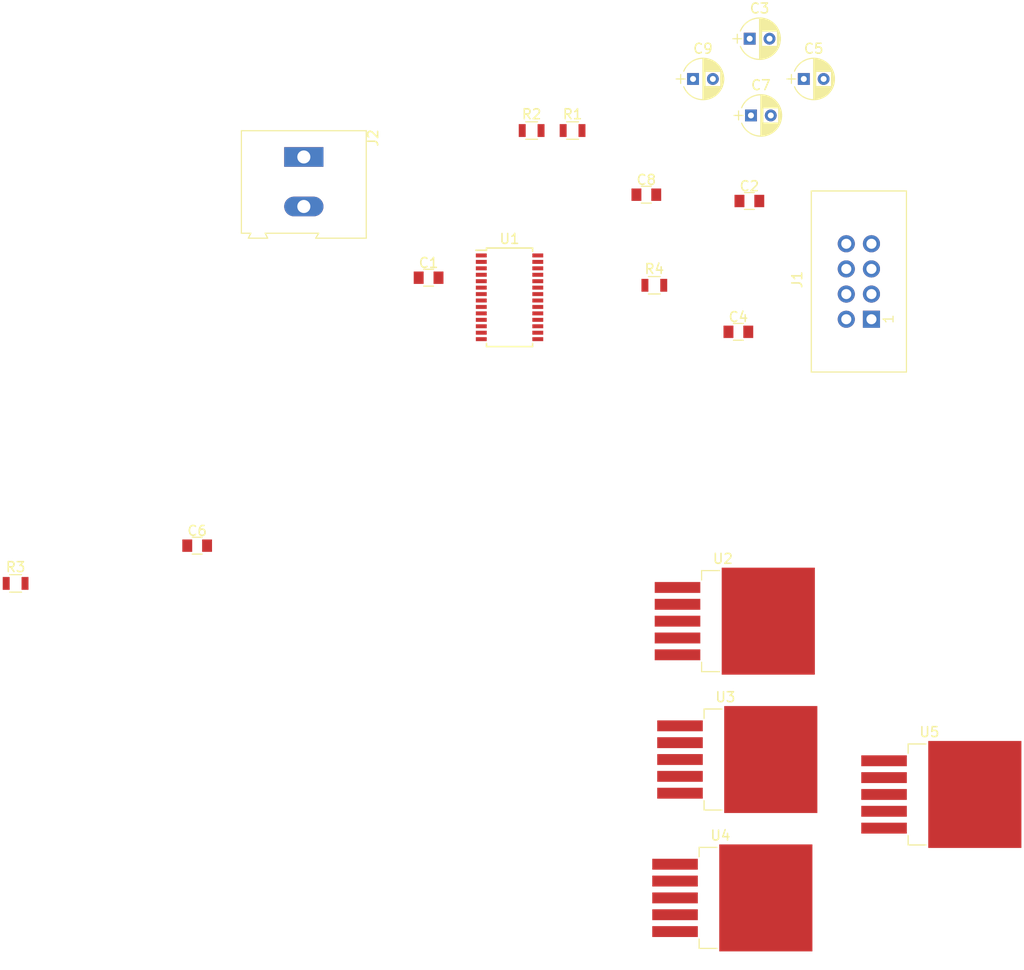
<source format=kicad_pcb>
(kicad_pcb (version 4) (host pcbnew 4.0.6)

  (general
    (links 52)
    (no_connects 49)
    (area -7.345001 -7.275 178.795 172.625)
    (thickness 1.6)
    (drawings 0)
    (tracks 0)
    (zones 0)
    (modules 20)
    (nets 15)
  )

  (page A4)
  (layers
    (0 F.Cu signal)
    (31 B.Cu signal)
    (32 B.Adhes user)
    (33 F.Adhes user)
    (34 B.Paste user)
    (35 F.Paste user)
    (36 B.SilkS user)
    (37 F.SilkS user)
    (38 B.Mask user)
    (39 F.Mask user)
    (40 Dwgs.User user)
    (41 Cmts.User user)
    (42 Eco1.User user)
    (43 Eco2.User user)
    (44 Edge.Cuts user)
    (45 Margin user)
    (46 B.CrtYd user)
    (47 F.CrtYd user)
    (48 B.Fab user)
    (49 F.Fab user)
  )

  (setup
    (last_trace_width 0.25)
    (trace_clearance 0.2)
    (zone_clearance 0.508)
    (zone_45_only no)
    (trace_min 0.2)
    (segment_width 0.2)
    (edge_width 0.15)
    (via_size 0.6)
    (via_drill 0.4)
    (via_min_size 0.4)
    (via_min_drill 0.3)
    (uvia_size 0.3)
    (uvia_drill 0.1)
    (uvias_allowed no)
    (uvia_min_size 0.2)
    (uvia_min_drill 0.1)
    (pcb_text_width 0.3)
    (pcb_text_size 1.5 1.5)
    (mod_edge_width 0.15)
    (mod_text_size 1 1)
    (mod_text_width 0.15)
    (pad_size 1.524 1.524)
    (pad_drill 0.762)
    (pad_to_mask_clearance 0.2)
    (aux_axis_origin 0 0)
    (visible_elements FFFFFF7F)
    (pcbplotparams
      (layerselection 0x00030_80000001)
      (usegerberextensions false)
      (excludeedgelayer true)
      (linewidth 0.150000)
      (plotframeref false)
      (viasonmask false)
      (mode 1)
      (useauxorigin false)
      (hpglpennumber 1)
      (hpglpenspeed 20)
      (hpglpendiameter 15)
      (hpglpenoverlay 2)
      (psnegative false)
      (psa4output false)
      (plotreference true)
      (plotvalue true)
      (plotinvisibletext false)
      (padsonsilk false)
      (subtractmaskfromsilk false)
      (outputformat 1)
      (mirror false)
      (drillshape 1)
      (scaleselection 1)
      (outputdirectory ""))
  )

  (net 0 "")
  (net 1 +5V)
  (net 2 GND)
  (net 3 VLED)
  (net 4 N$1)
  (net 5 N$3)
  (net 6 N$2)
  (net 7 N$4)
  (net 8 CTRL1)
  (net 9 CTRL2)
  (net 10 N$5)
  (net 11 N$6)
  (net 12 CTRL3)
  (net 13 N$7)
  (net 14 N$8)

  (net_class Default "This is the default net class."
    (clearance 0.2)
    (trace_width 0.25)
    (via_dia 0.6)
    (via_drill 0.4)
    (uvia_dia 0.3)
    (uvia_drill 0.1)
    (add_net +5V)
    (add_net CTRL1)
    (add_net CTRL2)
    (add_net CTRL3)
    (add_net GND)
    (add_net N$1)
    (add_net N$2)
    (add_net N$3)
    (add_net N$4)
    (add_net N$5)
    (add_net N$6)
    (add_net N$7)
    (add_net N$8)
    (add_net VLED)
  )

  (module Capacitors_SMD:C_0805 (layer F.Cu) (tedit 58AA8463) (tstamp 58E8C835)
    (at 128.032 102.489)
    (descr "Capacitor SMD 0805, reflow soldering, AVX (see smccp.pdf)")
    (tags "capacitor 0805")
    (attr smd)
    (fp_text reference C1 (at 0 -1.5) (layer F.SilkS)
      (effects (font (size 1 1) (thickness 0.15)))
    )
    (fp_text value 100n (at 0 1.75) (layer F.Fab)
      (effects (font (size 1 1) (thickness 0.15)))
    )
    (fp_text user %R (at 0 -1.5) (layer F.Fab)
      (effects (font (size 1 1) (thickness 0.15)))
    )
    (fp_line (start -1 0.62) (end -1 -0.62) (layer F.Fab) (width 0.1))
    (fp_line (start 1 0.62) (end -1 0.62) (layer F.Fab) (width 0.1))
    (fp_line (start 1 -0.62) (end 1 0.62) (layer F.Fab) (width 0.1))
    (fp_line (start -1 -0.62) (end 1 -0.62) (layer F.Fab) (width 0.1))
    (fp_line (start 0.5 -0.85) (end -0.5 -0.85) (layer F.SilkS) (width 0.12))
    (fp_line (start -0.5 0.85) (end 0.5 0.85) (layer F.SilkS) (width 0.12))
    (fp_line (start -1.75 -0.88) (end 1.75 -0.88) (layer F.CrtYd) (width 0.05))
    (fp_line (start -1.75 -0.88) (end -1.75 0.87) (layer F.CrtYd) (width 0.05))
    (fp_line (start 1.75 0.87) (end 1.75 -0.88) (layer F.CrtYd) (width 0.05))
    (fp_line (start 1.75 0.87) (end -1.75 0.87) (layer F.CrtYd) (width 0.05))
    (pad 1 smd rect (at -1 0) (size 1 1.25) (layers F.Cu F.Paste F.Mask)
      (net 1 +5V))
    (pad 2 smd rect (at 1 0) (size 1 1.25) (layers F.Cu F.Paste F.Mask)
      (net 2 GND))
    (model Capacitors_SMD.3dshapes/C_0805.wrl
      (at (xyz 0 0 0))
      (scale (xyz 1 1 1))
      (rotate (xyz 0 0 0))
    )
  )

  (module Resistors_SMD:R_0805 (layer F.Cu) (tedit 58E0A804) (tstamp 58E8C9D4)
    (at 142.56 87.63)
    (descr "Resistor SMD 0805, reflow soldering, Vishay (see dcrcw.pdf)")
    (tags "resistor 0805")
    (attr smd)
    (fp_text reference R1 (at 0 -1.65) (layer F.SilkS)
      (effects (font (size 1 1) (thickness 0.15)))
    )
    (fp_text value 1K (at 0 1.75) (layer F.Fab)
      (effects (font (size 1 1) (thickness 0.15)))
    )
    (fp_text user %R (at 0 0) (layer F.Fab)
      (effects (font (size 0.5 0.5) (thickness 0.075)))
    )
    (fp_line (start -1 0.62) (end -1 -0.62) (layer F.Fab) (width 0.1))
    (fp_line (start 1 0.62) (end -1 0.62) (layer F.Fab) (width 0.1))
    (fp_line (start 1 -0.62) (end 1 0.62) (layer F.Fab) (width 0.1))
    (fp_line (start -1 -0.62) (end 1 -0.62) (layer F.Fab) (width 0.1))
    (fp_line (start 0.6 0.88) (end -0.6 0.88) (layer F.SilkS) (width 0.12))
    (fp_line (start -0.6 -0.88) (end 0.6 -0.88) (layer F.SilkS) (width 0.12))
    (fp_line (start -1.55 -0.9) (end 1.55 -0.9) (layer F.CrtYd) (width 0.05))
    (fp_line (start -1.55 -0.9) (end -1.55 0.9) (layer F.CrtYd) (width 0.05))
    (fp_line (start 1.55 0.9) (end 1.55 -0.9) (layer F.CrtYd) (width 0.05))
    (fp_line (start 1.55 0.9) (end -1.55 0.9) (layer F.CrtYd) (width 0.05))
    (pad 1 smd rect (at -0.95 0) (size 0.7 1.3) (layers F.Cu F.Paste F.Mask)
      (net 6 N$2))
    (pad 2 smd rect (at 0.95 0) (size 0.7 1.3) (layers F.Cu F.Paste F.Mask)
      (net 2 GND))
    (model ${KISYS3DMOD}/Resistors_SMD.3dshapes/R_0805.wrl
      (at (xyz 0 0 0))
      (scale (xyz 1 1 1))
      (rotate (xyz 0 0 0))
    )
  )

  (module Resistors_SMD:R_0805 (layer F.Cu) (tedit 58E0A804) (tstamp 58E8C9E5)
    (at 138.43 87.63)
    (descr "Resistor SMD 0805, reflow soldering, Vishay (see dcrcw.pdf)")
    (tags "resistor 0805")
    (attr smd)
    (fp_text reference R2 (at 0 -1.65) (layer F.SilkS)
      (effects (font (size 1 1) (thickness 0.15)))
    )
    (fp_text value 1K (at 0 1.75) (layer F.Fab)
      (effects (font (size 1 1) (thickness 0.15)))
    )
    (fp_text user %R (at 0 0) (layer F.Fab)
      (effects (font (size 0.5 0.5) (thickness 0.075)))
    )
    (fp_line (start -1 0.62) (end -1 -0.62) (layer F.Fab) (width 0.1))
    (fp_line (start 1 0.62) (end -1 0.62) (layer F.Fab) (width 0.1))
    (fp_line (start 1 -0.62) (end 1 0.62) (layer F.Fab) (width 0.1))
    (fp_line (start -1 -0.62) (end 1 -0.62) (layer F.Fab) (width 0.1))
    (fp_line (start 0.6 0.88) (end -0.6 0.88) (layer F.SilkS) (width 0.12))
    (fp_line (start -0.6 -0.88) (end 0.6 -0.88) (layer F.SilkS) (width 0.12))
    (fp_line (start -1.55 -0.9) (end 1.55 -0.9) (layer F.CrtYd) (width 0.05))
    (fp_line (start -1.55 -0.9) (end -1.55 0.9) (layer F.CrtYd) (width 0.05))
    (fp_line (start 1.55 0.9) (end 1.55 -0.9) (layer F.CrtYd) (width 0.05))
    (fp_line (start 1.55 0.9) (end -1.55 0.9) (layer F.CrtYd) (width 0.05))
    (pad 1 smd rect (at -0.95 0) (size 0.7 1.3) (layers F.Cu F.Paste F.Mask)
      (net 7 N$4))
    (pad 2 smd rect (at 0.95 0) (size 0.7 1.3) (layers F.Cu F.Paste F.Mask)
      (net 2 GND))
    (model ${KISYS3DMOD}/Resistors_SMD.3dshapes/R_0805.wrl
      (at (xyz 0 0 0))
      (scale (xyz 1 1 1))
      (rotate (xyz 0 0 0))
    )
  )

  (module Housings_SSOP:TSSOP-28_4.4x9.7mm_Pitch0.65mm (layer F.Cu) (tedit 54130A77) (tstamp 58E8CA26)
    (at 136.2 104.465)
    (descr "TSSOP28: plastic thin shrink small outline package; 28 leads; body width 4.4 mm; (see NXP SSOP-TSSOP-VSO-REFLOW.pdf and sot361-1_po.pdf)")
    (tags "SSOP 0.65")
    (attr smd)
    (fp_text reference U1 (at 0 -5.9) (layer F.SilkS)
      (effects (font (size 1 1) (thickness 0.15)))
    )
    (fp_text value PCA9685PW (at 0 5.9) (layer F.Fab)
      (effects (font (size 1 1) (thickness 0.15)))
    )
    (fp_line (start -1.2 -4.85) (end 2.2 -4.85) (layer F.Fab) (width 0.15))
    (fp_line (start 2.2 -4.85) (end 2.2 4.85) (layer F.Fab) (width 0.15))
    (fp_line (start 2.2 4.85) (end -2.2 4.85) (layer F.Fab) (width 0.15))
    (fp_line (start -2.2 4.85) (end -2.2 -3.85) (layer F.Fab) (width 0.15))
    (fp_line (start -2.2 -3.85) (end -1.2 -4.85) (layer F.Fab) (width 0.15))
    (fp_line (start -3.65 -5.15) (end -3.65 5.15) (layer F.CrtYd) (width 0.05))
    (fp_line (start 3.65 -5.15) (end 3.65 5.15) (layer F.CrtYd) (width 0.05))
    (fp_line (start -3.65 -5.15) (end 3.65 -5.15) (layer F.CrtYd) (width 0.05))
    (fp_line (start -3.65 5.15) (end 3.65 5.15) (layer F.CrtYd) (width 0.05))
    (fp_line (start -2.325 -4.975) (end -2.325 -4.75) (layer F.SilkS) (width 0.15))
    (fp_line (start 2.325 -4.975) (end 2.325 -4.65) (layer F.SilkS) (width 0.15))
    (fp_line (start 2.325 4.975) (end 2.325 4.65) (layer F.SilkS) (width 0.15))
    (fp_line (start -2.325 4.975) (end -2.325 4.65) (layer F.SilkS) (width 0.15))
    (fp_line (start -2.325 -4.975) (end 2.325 -4.975) (layer F.SilkS) (width 0.15))
    (fp_line (start -2.325 4.975) (end 2.325 4.975) (layer F.SilkS) (width 0.15))
    (fp_line (start -2.325 -4.75) (end -3.4 -4.75) (layer F.SilkS) (width 0.15))
    (pad 1 smd rect (at -2.85 -4.225) (size 1.1 0.4) (layers F.Cu F.Paste F.Mask))
    (pad 2 smd rect (at -2.85 -3.575) (size 1.1 0.4) (layers F.Cu F.Paste F.Mask))
    (pad 3 smd rect (at -2.85 -2.925) (size 1.1 0.4) (layers F.Cu F.Paste F.Mask))
    (pad 4 smd rect (at -2.85 -2.275) (size 1.1 0.4) (layers F.Cu F.Paste F.Mask))
    (pad 5 smd rect (at -2.85 -1.625) (size 1.1 0.4) (layers F.Cu F.Paste F.Mask))
    (pad 6 smd rect (at -2.85 -0.975) (size 1.1 0.4) (layers F.Cu F.Paste F.Mask)
      (net 8 CTRL1))
    (pad 7 smd rect (at -2.85 -0.325) (size 1.1 0.4) (layers F.Cu F.Paste F.Mask)
      (net 9 CTRL2))
    (pad 8 smd rect (at -2.85 0.325) (size 1.1 0.4) (layers F.Cu F.Paste F.Mask)
      (net 12 CTRL3))
    (pad 9 smd rect (at -2.85 0.975) (size 1.1 0.4) (layers F.Cu F.Paste F.Mask))
    (pad 10 smd rect (at -2.85 1.625) (size 1.1 0.4) (layers F.Cu F.Paste F.Mask))
    (pad 11 smd rect (at -2.85 2.275) (size 1.1 0.4) (layers F.Cu F.Paste F.Mask))
    (pad 12 smd rect (at -2.85 2.925) (size 1.1 0.4) (layers F.Cu F.Paste F.Mask))
    (pad 13 smd rect (at -2.85 3.575) (size 1.1 0.4) (layers F.Cu F.Paste F.Mask))
    (pad 14 smd rect (at -2.85 4.225) (size 1.1 0.4) (layers F.Cu F.Paste F.Mask)
      (net 2 GND))
    (pad 15 smd rect (at 2.85 4.225) (size 1.1 0.4) (layers F.Cu F.Paste F.Mask))
    (pad 16 smd rect (at 2.85 3.575) (size 1.1 0.4) (layers F.Cu F.Paste F.Mask))
    (pad 17 smd rect (at 2.85 2.925) (size 1.1 0.4) (layers F.Cu F.Paste F.Mask))
    (pad 18 smd rect (at 2.85 2.275) (size 1.1 0.4) (layers F.Cu F.Paste F.Mask))
    (pad 19 smd rect (at 2.85 1.625) (size 1.1 0.4) (layers F.Cu F.Paste F.Mask))
    (pad 20 smd rect (at 2.85 0.975) (size 1.1 0.4) (layers F.Cu F.Paste F.Mask))
    (pad 21 smd rect (at 2.85 0.325) (size 1.1 0.4) (layers F.Cu F.Paste F.Mask))
    (pad 22 smd rect (at 2.85 -0.325) (size 1.1 0.4) (layers F.Cu F.Paste F.Mask))
    (pad 23 smd rect (at 2.85 -0.975) (size 1.1 0.4) (layers F.Cu F.Paste F.Mask)
      (net 2 GND))
    (pad 24 smd rect (at 2.85 -1.625) (size 1.1 0.4) (layers F.Cu F.Paste F.Mask))
    (pad 25 smd rect (at 2.85 -2.275) (size 1.1 0.4) (layers F.Cu F.Paste F.Mask))
    (pad 26 smd rect (at 2.85 -2.925) (size 1.1 0.4) (layers F.Cu F.Paste F.Mask))
    (pad 27 smd rect (at 2.85 -3.575) (size 1.1 0.4) (layers F.Cu F.Paste F.Mask))
    (pad 28 smd rect (at 2.85 -4.225) (size 1.1 0.4) (layers F.Cu F.Paste F.Mask)
      (net 1 +5V))
    (model Housings_SSOP.3dshapes/TSSOP-28_4.4x9.7mm_Pitch0.65mm.wrl
      (at (xyz 0 0 0))
      (scale (xyz 1 1 1))
      (rotate (xyz 0 0 0))
    )
  )

  (module TO_SOT_Packages_SMD:TO-263-5Lead (layer F.Cu) (tedit 58CE4E80) (tstamp 58E8CA40)
    (at 157.73 137.16)
    (descr "D2PAK / TO-263 3-lead smd package")
    (tags "D2PAK D2PAK-3 TO-263AB TO-263")
    (attr smd)
    (fp_text reference U2 (at 0 -6.3 180) (layer F.SilkS)
      (effects (font (size 1 1) (thickness 0.15)))
    )
    (fp_text value MBI1801 (at 0 6.45 180) (layer F.Fab)
      (effects (font (size 1 1) (thickness 0.15)))
    )
    (fp_text user %R (at 3.05 0) (layer F.Fab)
      (effects (font (size 1 1) (thickness 0.15)))
    )
    (fp_line (start -2.15 -5.1) (end -2.15 -4.15) (layer F.SilkS) (width 0.12))
    (fp_line (start -2.15 5.1) (end -2.15 4.15) (layer F.SilkS) (width 0.12))
    (fp_line (start 9.52 5.65) (end -7.12 5.65) (layer F.CrtYd) (width 0.05))
    (fp_line (start 9.52 -5.65) (end 9.52 5.65) (layer F.CrtYd) (width 0.05))
    (fp_line (start 9.52 -5.65) (end -7.12 -5.65) (layer F.CrtYd) (width 0.05))
    (fp_line (start -7.12 -5.65) (end -7.12 5.65) (layer F.CrtYd) (width 0.05))
    (fp_line (start -2.15 5.1) (end -0.35 5.1) (layer F.SilkS) (width 0.12))
    (fp_line (start -0.35 -5.1) (end -2.15 -5.1) (layer F.SilkS) (width 0.12))
    (fp_line (start 6.95 5) (end 8.15 5) (layer F.Fab) (width 0.1))
    (fp_line (start 8.15 5) (end 8.15 -5) (layer F.Fab) (width 0.1))
    (fp_line (start 8.15 -5) (end 6.95 -5) (layer F.Fab) (width 0.1))
    (fp_line (start -2.05 -5) (end -2.05 5) (layer F.Fab) (width 0.1))
    (fp_line (start -2.05 5) (end 6.95 5) (layer F.Fab) (width 0.1))
    (fp_line (start 6.95 5) (end 6.95 -5) (layer F.Fab) (width 0.1))
    (fp_line (start 6.95 -5) (end -2.05 -5) (layer F.Fab) (width 0.1))
    (pad 5 smd rect (at -4.58 3.4) (size 4.6 1.1) (layers F.Cu F.Paste F.Mask)
      (net 4 N$1))
    (pad 4 smd rect (at -4.58 1.7) (size 4.6 1.1) (layers F.Cu F.Paste F.Mask)
      (net 6 N$2))
    (pad 2 smd rect (at -4.58 -1.7) (size 4.6 1.1) (layers F.Cu F.Paste F.Mask)
      (net 1 +5V))
    (pad 3 smd rect (at 4.58 0) (size 9.4 10.8) (layers F.Cu F.Paste F.Mask)
      (net 2 GND))
    (pad 3 smd rect (at -4.58 0) (size 4.6 1.1) (layers F.Cu F.Paste F.Mask)
      (net 2 GND))
    (pad 1 smd rect (at -4.58 -3.4) (size 4.6 1.1) (layers F.Cu F.Paste F.Mask)
      (net 8 CTRL1))
    (model ${KISYS3DMOD}/TO_SOT_Packages_SMD.3dshapes/TO-263-5Lead.wrl
      (at (xyz -0.18 0 0))
      (scale (xyz 1 1 1))
      (rotate (xyz 0 0 90))
    )
  )

  (module TO_SOT_Packages_SMD:TO-263-5Lead (layer F.Cu) (tedit 58CE4E80) (tstamp 58E8CA5A)
    (at 157.98 151.13)
    (descr "D2PAK / TO-263 3-lead smd package")
    (tags "D2PAK D2PAK-3 TO-263AB TO-263")
    (attr smd)
    (fp_text reference U3 (at 0 -6.3 180) (layer F.SilkS)
      (effects (font (size 1 1) (thickness 0.15)))
    )
    (fp_text value MBI1801 (at 0 6.45 180) (layer F.Fab)
      (effects (font (size 1 1) (thickness 0.15)))
    )
    (fp_text user %R (at 3.05 0) (layer F.Fab)
      (effects (font (size 1 1) (thickness 0.15)))
    )
    (fp_line (start -2.15 -5.1) (end -2.15 -4.15) (layer F.SilkS) (width 0.12))
    (fp_line (start -2.15 5.1) (end -2.15 4.15) (layer F.SilkS) (width 0.12))
    (fp_line (start 9.52 5.65) (end -7.12 5.65) (layer F.CrtYd) (width 0.05))
    (fp_line (start 9.52 -5.65) (end 9.52 5.65) (layer F.CrtYd) (width 0.05))
    (fp_line (start 9.52 -5.65) (end -7.12 -5.65) (layer F.CrtYd) (width 0.05))
    (fp_line (start -7.12 -5.65) (end -7.12 5.65) (layer F.CrtYd) (width 0.05))
    (fp_line (start -2.15 5.1) (end -0.35 5.1) (layer F.SilkS) (width 0.12))
    (fp_line (start -0.35 -5.1) (end -2.15 -5.1) (layer F.SilkS) (width 0.12))
    (fp_line (start 6.95 5) (end 8.15 5) (layer F.Fab) (width 0.1))
    (fp_line (start 8.15 5) (end 8.15 -5) (layer F.Fab) (width 0.1))
    (fp_line (start 8.15 -5) (end 6.95 -5) (layer F.Fab) (width 0.1))
    (fp_line (start -2.05 -5) (end -2.05 5) (layer F.Fab) (width 0.1))
    (fp_line (start -2.05 5) (end 6.95 5) (layer F.Fab) (width 0.1))
    (fp_line (start 6.95 5) (end 6.95 -5) (layer F.Fab) (width 0.1))
    (fp_line (start 6.95 -5) (end -2.05 -5) (layer F.Fab) (width 0.1))
    (pad 5 smd rect (at -4.58 3.4) (size 4.6 1.1) (layers F.Cu F.Paste F.Mask)
      (net 5 N$3))
    (pad 4 smd rect (at -4.58 1.7) (size 4.6 1.1) (layers F.Cu F.Paste F.Mask)
      (net 7 N$4))
    (pad 2 smd rect (at -4.58 -1.7) (size 4.6 1.1) (layers F.Cu F.Paste F.Mask)
      (net 1 +5V))
    (pad 3 smd rect (at 4.58 0) (size 9.4 10.8) (layers F.Cu F.Paste F.Mask)
      (net 2 GND))
    (pad 3 smd rect (at -4.58 0) (size 4.6 1.1) (layers F.Cu F.Paste F.Mask)
      (net 2 GND))
    (pad 1 smd rect (at -4.58 -3.4) (size 4.6 1.1) (layers F.Cu F.Paste F.Mask)
      (net 9 CTRL2))
    (model ${KISYS3DMOD}/TO_SOT_Packages_SMD.3dshapes/TO-263-5Lead.wrl
      (at (xyz -0.18 0 0))
      (scale (xyz 1 1 1))
      (rotate (xyz 0 0 90))
    )
  )

  (module Resistors_SMD:R_0805 (layer F.Cu) (tedit 58E0A804) (tstamp 58E8CB72)
    (at 86.36 133.35)
    (descr "Resistor SMD 0805, reflow soldering, Vishay (see dcrcw.pdf)")
    (tags "resistor 0805")
    (attr smd)
    (fp_text reference R3 (at 0 -1.65) (layer F.SilkS)
      (effects (font (size 1 1) (thickness 0.15)))
    )
    (fp_text value 1K (at 0 1.75) (layer F.Fab)
      (effects (font (size 1 1) (thickness 0.15)))
    )
    (fp_text user %R (at 0 0) (layer F.Fab)
      (effects (font (size 0.5 0.5) (thickness 0.075)))
    )
    (fp_line (start -1 0.62) (end -1 -0.62) (layer F.Fab) (width 0.1))
    (fp_line (start 1 0.62) (end -1 0.62) (layer F.Fab) (width 0.1))
    (fp_line (start 1 -0.62) (end 1 0.62) (layer F.Fab) (width 0.1))
    (fp_line (start -1 -0.62) (end 1 -0.62) (layer F.Fab) (width 0.1))
    (fp_line (start 0.6 0.88) (end -0.6 0.88) (layer F.SilkS) (width 0.12))
    (fp_line (start -0.6 -0.88) (end 0.6 -0.88) (layer F.SilkS) (width 0.12))
    (fp_line (start -1.55 -0.9) (end 1.55 -0.9) (layer F.CrtYd) (width 0.05))
    (fp_line (start -1.55 -0.9) (end -1.55 0.9) (layer F.CrtYd) (width 0.05))
    (fp_line (start 1.55 0.9) (end 1.55 -0.9) (layer F.CrtYd) (width 0.05))
    (fp_line (start 1.55 0.9) (end -1.55 0.9) (layer F.CrtYd) (width 0.05))
    (pad 1 smd rect (at -0.95 0) (size 0.7 1.3) (layers F.Cu F.Paste F.Mask)
      (net 11 N$6))
    (pad 2 smd rect (at 0.95 0) (size 0.7 1.3) (layers F.Cu F.Paste F.Mask)
      (net 2 GND))
    (model ${KISYS3DMOD}/Resistors_SMD.3dshapes/R_0805.wrl
      (at (xyz 0 0 0))
      (scale (xyz 1 1 1))
      (rotate (xyz 0 0 0))
    )
  )

  (module TO_SOT_Packages_SMD:TO-263-5Lead (layer F.Cu) (tedit 58CE4E80) (tstamp 58E8CB8C)
    (at 157.48 165.1)
    (descr "D2PAK / TO-263 3-lead smd package")
    (tags "D2PAK D2PAK-3 TO-263AB TO-263")
    (attr smd)
    (fp_text reference U4 (at 0 -6.3 180) (layer F.SilkS)
      (effects (font (size 1 1) (thickness 0.15)))
    )
    (fp_text value MBI1801 (at 0 6.45 180) (layer F.Fab)
      (effects (font (size 1 1) (thickness 0.15)))
    )
    (fp_text user %R (at 3.05 0) (layer F.Fab)
      (effects (font (size 1 1) (thickness 0.15)))
    )
    (fp_line (start -2.15 -5.1) (end -2.15 -4.15) (layer F.SilkS) (width 0.12))
    (fp_line (start -2.15 5.1) (end -2.15 4.15) (layer F.SilkS) (width 0.12))
    (fp_line (start 9.52 5.65) (end -7.12 5.65) (layer F.CrtYd) (width 0.05))
    (fp_line (start 9.52 -5.65) (end 9.52 5.65) (layer F.CrtYd) (width 0.05))
    (fp_line (start 9.52 -5.65) (end -7.12 -5.65) (layer F.CrtYd) (width 0.05))
    (fp_line (start -7.12 -5.65) (end -7.12 5.65) (layer F.CrtYd) (width 0.05))
    (fp_line (start -2.15 5.1) (end -0.35 5.1) (layer F.SilkS) (width 0.12))
    (fp_line (start -0.35 -5.1) (end -2.15 -5.1) (layer F.SilkS) (width 0.12))
    (fp_line (start 6.95 5) (end 8.15 5) (layer F.Fab) (width 0.1))
    (fp_line (start 8.15 5) (end 8.15 -5) (layer F.Fab) (width 0.1))
    (fp_line (start 8.15 -5) (end 6.95 -5) (layer F.Fab) (width 0.1))
    (fp_line (start -2.05 -5) (end -2.05 5) (layer F.Fab) (width 0.1))
    (fp_line (start -2.05 5) (end 6.95 5) (layer F.Fab) (width 0.1))
    (fp_line (start 6.95 5) (end 6.95 -5) (layer F.Fab) (width 0.1))
    (fp_line (start 6.95 -5) (end -2.05 -5) (layer F.Fab) (width 0.1))
    (pad 5 smd rect (at -4.58 3.4) (size 4.6 1.1) (layers F.Cu F.Paste F.Mask)
      (net 10 N$5))
    (pad 4 smd rect (at -4.58 1.7) (size 4.6 1.1) (layers F.Cu F.Paste F.Mask)
      (net 11 N$6))
    (pad 2 smd rect (at -4.58 -1.7) (size 4.6 1.1) (layers F.Cu F.Paste F.Mask)
      (net 1 +5V))
    (pad 3 smd rect (at 4.58 0) (size 9.4 10.8) (layers F.Cu F.Paste F.Mask)
      (net 2 GND))
    (pad 3 smd rect (at -4.58 0) (size 4.6 1.1) (layers F.Cu F.Paste F.Mask)
      (net 2 GND))
    (pad 1 smd rect (at -4.58 -3.4) (size 4.6 1.1) (layers F.Cu F.Paste F.Mask)
      (net 12 CTRL3))
    (model ${KISYS3DMOD}/TO_SOT_Packages_SMD.3dshapes/TO-263-5Lead.wrl
      (at (xyz -0.18 0 0))
      (scale (xyz 1 1 1))
      (rotate (xyz 0 0 90))
    )
  )

  (module Capacitors_THT:CP_Radial_D4.0mm_P2.00mm (layer F.Cu) (tedit 58765D06) (tstamp 58E8DFE6)
    (at 160.56 86.106)
    (descr "CP, Radial series, Radial, pin pitch=2.00mm, , diameter=4mm, Electrolytic Capacitor")
    (tags "CP Radial series Radial pin pitch 2.00mm  diameter 4mm Electrolytic Capacitor")
    (fp_text reference C7 (at 1 -3.06) (layer F.SilkS)
      (effects (font (size 1 1) (thickness 0.15)))
    )
    (fp_text value 100n (at 1 3.06) (layer F.Fab)
      (effects (font (size 1 1) (thickness 0.15)))
    )
    (fp_arc (start 1 0) (end -0.938995 -0.78) (angle 136.2) (layer F.SilkS) (width 0.12))
    (fp_arc (start 1 0) (end -0.938995 0.78) (angle -136.2) (layer F.SilkS) (width 0.12))
    (fp_arc (start 1 0) (end 2.938995 -0.78) (angle 43.8) (layer F.SilkS) (width 0.12))
    (fp_circle (center 1 0) (end 3 0) (layer F.Fab) (width 0.1))
    (fp_line (start -1.7 0) (end -0.8 0) (layer F.Fab) (width 0.1))
    (fp_line (start -1.25 -0.45) (end -1.25 0.45) (layer F.Fab) (width 0.1))
    (fp_line (start 1 -2.05) (end 1 2.05) (layer F.SilkS) (width 0.12))
    (fp_line (start 1.04 -2.05) (end 1.04 2.05) (layer F.SilkS) (width 0.12))
    (fp_line (start 1.08 -2.049) (end 1.08 2.049) (layer F.SilkS) (width 0.12))
    (fp_line (start 1.12 -2.047) (end 1.12 2.047) (layer F.SilkS) (width 0.12))
    (fp_line (start 1.16 -2.044) (end 1.16 2.044) (layer F.SilkS) (width 0.12))
    (fp_line (start 1.2 -2.041) (end 1.2 2.041) (layer F.SilkS) (width 0.12))
    (fp_line (start 1.24 -2.037) (end 1.24 -0.78) (layer F.SilkS) (width 0.12))
    (fp_line (start 1.24 0.78) (end 1.24 2.037) (layer F.SilkS) (width 0.12))
    (fp_line (start 1.28 -2.032) (end 1.28 -0.78) (layer F.SilkS) (width 0.12))
    (fp_line (start 1.28 0.78) (end 1.28 2.032) (layer F.SilkS) (width 0.12))
    (fp_line (start 1.32 -2.026) (end 1.32 -0.78) (layer F.SilkS) (width 0.12))
    (fp_line (start 1.32 0.78) (end 1.32 2.026) (layer F.SilkS) (width 0.12))
    (fp_line (start 1.36 -2.019) (end 1.36 -0.78) (layer F.SilkS) (width 0.12))
    (fp_line (start 1.36 0.78) (end 1.36 2.019) (layer F.SilkS) (width 0.12))
    (fp_line (start 1.4 -2.012) (end 1.4 -0.78) (layer F.SilkS) (width 0.12))
    (fp_line (start 1.4 0.78) (end 1.4 2.012) (layer F.SilkS) (width 0.12))
    (fp_line (start 1.44 -2.004) (end 1.44 -0.78) (layer F.SilkS) (width 0.12))
    (fp_line (start 1.44 0.78) (end 1.44 2.004) (layer F.SilkS) (width 0.12))
    (fp_line (start 1.48 -1.995) (end 1.48 -0.78) (layer F.SilkS) (width 0.12))
    (fp_line (start 1.48 0.78) (end 1.48 1.995) (layer F.SilkS) (width 0.12))
    (fp_line (start 1.52 -1.985) (end 1.52 -0.78) (layer F.SilkS) (width 0.12))
    (fp_line (start 1.52 0.78) (end 1.52 1.985) (layer F.SilkS) (width 0.12))
    (fp_line (start 1.56 -1.974) (end 1.56 -0.78) (layer F.SilkS) (width 0.12))
    (fp_line (start 1.56 0.78) (end 1.56 1.974) (layer F.SilkS) (width 0.12))
    (fp_line (start 1.6 -1.963) (end 1.6 -0.78) (layer F.SilkS) (width 0.12))
    (fp_line (start 1.6 0.78) (end 1.6 1.963) (layer F.SilkS) (width 0.12))
    (fp_line (start 1.64 -1.95) (end 1.64 -0.78) (layer F.SilkS) (width 0.12))
    (fp_line (start 1.64 0.78) (end 1.64 1.95) (layer F.SilkS) (width 0.12))
    (fp_line (start 1.68 -1.937) (end 1.68 -0.78) (layer F.SilkS) (width 0.12))
    (fp_line (start 1.68 0.78) (end 1.68 1.937) (layer F.SilkS) (width 0.12))
    (fp_line (start 1.721 -1.923) (end 1.721 -0.78) (layer F.SilkS) (width 0.12))
    (fp_line (start 1.721 0.78) (end 1.721 1.923) (layer F.SilkS) (width 0.12))
    (fp_line (start 1.761 -1.907) (end 1.761 -0.78) (layer F.SilkS) (width 0.12))
    (fp_line (start 1.761 0.78) (end 1.761 1.907) (layer F.SilkS) (width 0.12))
    (fp_line (start 1.801 -1.891) (end 1.801 -0.78) (layer F.SilkS) (width 0.12))
    (fp_line (start 1.801 0.78) (end 1.801 1.891) (layer F.SilkS) (width 0.12))
    (fp_line (start 1.841 -1.874) (end 1.841 -0.78) (layer F.SilkS) (width 0.12))
    (fp_line (start 1.841 0.78) (end 1.841 1.874) (layer F.SilkS) (width 0.12))
    (fp_line (start 1.881 -1.856) (end 1.881 -0.78) (layer F.SilkS) (width 0.12))
    (fp_line (start 1.881 0.78) (end 1.881 1.856) (layer F.SilkS) (width 0.12))
    (fp_line (start 1.921 -1.837) (end 1.921 -0.78) (layer F.SilkS) (width 0.12))
    (fp_line (start 1.921 0.78) (end 1.921 1.837) (layer F.SilkS) (width 0.12))
    (fp_line (start 1.961 -1.817) (end 1.961 -0.78) (layer F.SilkS) (width 0.12))
    (fp_line (start 1.961 0.78) (end 1.961 1.817) (layer F.SilkS) (width 0.12))
    (fp_line (start 2.001 -1.796) (end 2.001 -0.78) (layer F.SilkS) (width 0.12))
    (fp_line (start 2.001 0.78) (end 2.001 1.796) (layer F.SilkS) (width 0.12))
    (fp_line (start 2.041 -1.773) (end 2.041 -0.78) (layer F.SilkS) (width 0.12))
    (fp_line (start 2.041 0.78) (end 2.041 1.773) (layer F.SilkS) (width 0.12))
    (fp_line (start 2.081 -1.75) (end 2.081 -0.78) (layer F.SilkS) (width 0.12))
    (fp_line (start 2.081 0.78) (end 2.081 1.75) (layer F.SilkS) (width 0.12))
    (fp_line (start 2.121 -1.725) (end 2.121 -0.78) (layer F.SilkS) (width 0.12))
    (fp_line (start 2.121 0.78) (end 2.121 1.725) (layer F.SilkS) (width 0.12))
    (fp_line (start 2.161 -1.699) (end 2.161 -0.78) (layer F.SilkS) (width 0.12))
    (fp_line (start 2.161 0.78) (end 2.161 1.699) (layer F.SilkS) (width 0.12))
    (fp_line (start 2.201 -1.672) (end 2.201 -0.78) (layer F.SilkS) (width 0.12))
    (fp_line (start 2.201 0.78) (end 2.201 1.672) (layer F.SilkS) (width 0.12))
    (fp_line (start 2.241 -1.643) (end 2.241 -0.78) (layer F.SilkS) (width 0.12))
    (fp_line (start 2.241 0.78) (end 2.241 1.643) (layer F.SilkS) (width 0.12))
    (fp_line (start 2.281 -1.613) (end 2.281 -0.78) (layer F.SilkS) (width 0.12))
    (fp_line (start 2.281 0.78) (end 2.281 1.613) (layer F.SilkS) (width 0.12))
    (fp_line (start 2.321 -1.581) (end 2.321 -0.78) (layer F.SilkS) (width 0.12))
    (fp_line (start 2.321 0.78) (end 2.321 1.581) (layer F.SilkS) (width 0.12))
    (fp_line (start 2.361 -1.547) (end 2.361 -0.78) (layer F.SilkS) (width 0.12))
    (fp_line (start 2.361 0.78) (end 2.361 1.547) (layer F.SilkS) (width 0.12))
    (fp_line (start 2.401 -1.512) (end 2.401 -0.78) (layer F.SilkS) (width 0.12))
    (fp_line (start 2.401 0.78) (end 2.401 1.512) (layer F.SilkS) (width 0.12))
    (fp_line (start 2.441 -1.475) (end 2.441 -0.78) (layer F.SilkS) (width 0.12))
    (fp_line (start 2.441 0.78) (end 2.441 1.475) (layer F.SilkS) (width 0.12))
    (fp_line (start 2.481 -1.436) (end 2.481 -0.78) (layer F.SilkS) (width 0.12))
    (fp_line (start 2.481 0.78) (end 2.481 1.436) (layer F.SilkS) (width 0.12))
    (fp_line (start 2.521 -1.395) (end 2.521 -0.78) (layer F.SilkS) (width 0.12))
    (fp_line (start 2.521 0.78) (end 2.521 1.395) (layer F.SilkS) (width 0.12))
    (fp_line (start 2.561 -1.351) (end 2.561 -0.78) (layer F.SilkS) (width 0.12))
    (fp_line (start 2.561 0.78) (end 2.561 1.351) (layer F.SilkS) (width 0.12))
    (fp_line (start 2.601 -1.305) (end 2.601 -0.78) (layer F.SilkS) (width 0.12))
    (fp_line (start 2.601 0.78) (end 2.601 1.305) (layer F.SilkS) (width 0.12))
    (fp_line (start 2.641 -1.256) (end 2.641 -0.78) (layer F.SilkS) (width 0.12))
    (fp_line (start 2.641 0.78) (end 2.641 1.256) (layer F.SilkS) (width 0.12))
    (fp_line (start 2.681 -1.204) (end 2.681 -0.78) (layer F.SilkS) (width 0.12))
    (fp_line (start 2.681 0.78) (end 2.681 1.204) (layer F.SilkS) (width 0.12))
    (fp_line (start 2.721 -1.148) (end 2.721 -0.78) (layer F.SilkS) (width 0.12))
    (fp_line (start 2.721 0.78) (end 2.721 1.148) (layer F.SilkS) (width 0.12))
    (fp_line (start 2.761 -1.088) (end 2.761 -0.78) (layer F.SilkS) (width 0.12))
    (fp_line (start 2.761 0.78) (end 2.761 1.088) (layer F.SilkS) (width 0.12))
    (fp_line (start 2.801 -1.023) (end 2.801 1.023) (layer F.SilkS) (width 0.12))
    (fp_line (start 2.841 -0.952) (end 2.841 0.952) (layer F.SilkS) (width 0.12))
    (fp_line (start 2.881 -0.874) (end 2.881 0.874) (layer F.SilkS) (width 0.12))
    (fp_line (start 2.921 -0.786) (end 2.921 0.786) (layer F.SilkS) (width 0.12))
    (fp_line (start 2.961 -0.686) (end 2.961 0.686) (layer F.SilkS) (width 0.12))
    (fp_line (start 3.001 -0.567) (end 3.001 0.567) (layer F.SilkS) (width 0.12))
    (fp_line (start 3.041 -0.415) (end 3.041 0.415) (layer F.SilkS) (width 0.12))
    (fp_line (start 3.081 -0.165) (end 3.081 0.165) (layer F.SilkS) (width 0.12))
    (fp_line (start -1.7 0) (end -0.8 0) (layer F.SilkS) (width 0.12))
    (fp_line (start -1.25 -0.45) (end -1.25 0.45) (layer F.SilkS) (width 0.12))
    (fp_line (start -1.35 -2.35) (end -1.35 2.35) (layer F.CrtYd) (width 0.05))
    (fp_line (start -1.35 2.35) (end 3.35 2.35) (layer F.CrtYd) (width 0.05))
    (fp_line (start 3.35 2.35) (end 3.35 -2.35) (layer F.CrtYd) (width 0.05))
    (fp_line (start 3.35 -2.35) (end -1.35 -2.35) (layer F.CrtYd) (width 0.05))
    (pad 1 thru_hole rect (at 0 0) (size 1.2 1.2) (drill 0.6) (layers *.Cu *.Mask)
      (net 3 VLED))
    (pad 2 thru_hole circle (at 2 0) (size 1.2 1.2) (drill 0.6) (layers *.Cu *.Mask)
      (net 2 GND))
    (model Capacitors_THT.3dshapes/CP_Radial_D4.0mm_P2.00mm.wrl
      (at (xyz 0 0 0))
      (scale (xyz 0.393701 0.393701 0.393701))
      (rotate (xyz 0 0 0))
    )
  )

  (module Connectors:AK300-2 (layer F.Cu) (tedit 587FD45E) (tstamp 58E8E04C)
    (at 115.443 90.297 270)
    (descr CONNECTOR)
    (tags CONNECTOR)
    (fp_text reference J2 (at -1.92 -6.99 270) (layer F.SilkS)
      (effects (font (size 1 1) (thickness 0.15)))
    )
    (fp_text value CONN_01X02 (at 2.78 7.75 270) (layer F.Fab)
      (effects (font (size 1 1) (thickness 0.15)))
    )
    (fp_line (start -2.65 -6.3) (end -2.65 6.3) (layer F.SilkS) (width 0.12))
    (fp_line (start -2.65 6.3) (end 7.7 6.3) (layer F.SilkS) (width 0.12))
    (fp_line (start 7.7 6.3) (end 7.7 5.35) (layer F.SilkS) (width 0.12))
    (fp_line (start 7.7 5.35) (end 8.2 5.6) (layer F.SilkS) (width 0.12))
    (fp_line (start 8.2 5.6) (end 8.2 3.7) (layer F.SilkS) (width 0.12))
    (fp_line (start 8.2 3.7) (end 8.2 3.65) (layer F.SilkS) (width 0.12))
    (fp_line (start 8.2 3.65) (end 7.7 3.9) (layer F.SilkS) (width 0.12))
    (fp_line (start 7.7 3.9) (end 7.7 -1.5) (layer F.SilkS) (width 0.12))
    (fp_line (start 7.7 -1.5) (end 8.2 -1.2) (layer F.SilkS) (width 0.12))
    (fp_line (start 8.2 -1.2) (end 8.2 -6.3) (layer F.SilkS) (width 0.12))
    (fp_line (start 8.2 -6.3) (end -2.65 -6.3) (layer F.SilkS) (width 0.12))
    (fp_line (start 8.36 -6.47) (end -2.83 -6.47) (layer F.CrtYd) (width 0.05))
    (fp_line (start 8.36 6.47) (end 8.36 -6.47) (layer F.CrtYd) (width 0.05))
    (fp_line (start -2.83 6.47) (end 8.36 6.47) (layer F.CrtYd) (width 0.05))
    (fp_line (start -2.83 -6.47) (end -2.83 6.47) (layer F.CrtYd) (width 0.05))
    (fp_line (start -1.26 2.54) (end 1.28 2.54) (layer F.Fab) (width 0.1))
    (fp_line (start 1.28 2.54) (end 1.28 -0.25) (layer F.Fab) (width 0.1))
    (fp_line (start -1.26 -0.25) (end 1.28 -0.25) (layer F.Fab) (width 0.1))
    (fp_line (start -1.26 2.54) (end -1.26 -0.25) (layer F.Fab) (width 0.1))
    (fp_line (start 3.74 2.54) (end 6.28 2.54) (layer F.Fab) (width 0.1))
    (fp_line (start 6.28 2.54) (end 6.28 -0.25) (layer F.Fab) (width 0.1))
    (fp_line (start 3.74 -0.25) (end 6.28 -0.25) (layer F.Fab) (width 0.1))
    (fp_line (start 3.74 2.54) (end 3.74 -0.25) (layer F.Fab) (width 0.1))
    (fp_line (start 7.61 -6.22) (end 7.61 -3.17) (layer F.Fab) (width 0.1))
    (fp_line (start 7.61 -6.22) (end -2.58 -6.22) (layer F.Fab) (width 0.1))
    (fp_line (start 7.61 -6.22) (end 8.11 -6.22) (layer F.Fab) (width 0.1))
    (fp_line (start 8.11 -6.22) (end 8.11 -1.4) (layer F.Fab) (width 0.1))
    (fp_line (start 8.11 -1.4) (end 7.61 -1.65) (layer F.Fab) (width 0.1))
    (fp_line (start 8.11 5.46) (end 7.61 5.21) (layer F.Fab) (width 0.1))
    (fp_line (start 7.61 5.21) (end 7.61 6.22) (layer F.Fab) (width 0.1))
    (fp_line (start 8.11 3.81) (end 7.61 4.06) (layer F.Fab) (width 0.1))
    (fp_line (start 7.61 4.06) (end 7.61 5.21) (layer F.Fab) (width 0.1))
    (fp_line (start 8.11 3.81) (end 8.11 5.46) (layer F.Fab) (width 0.1))
    (fp_line (start 2.98 6.22) (end 2.98 4.32) (layer F.Fab) (width 0.1))
    (fp_line (start 7.05 -0.25) (end 7.05 4.32) (layer F.Fab) (width 0.1))
    (fp_line (start 2.98 6.22) (end 7.05 6.22) (layer F.Fab) (width 0.1))
    (fp_line (start 7.05 6.22) (end 7.61 6.22) (layer F.Fab) (width 0.1))
    (fp_line (start 2.04 6.22) (end 2.04 4.32) (layer F.Fab) (width 0.1))
    (fp_line (start 2.04 6.22) (end 2.98 6.22) (layer F.Fab) (width 0.1))
    (fp_line (start -2.02 -0.25) (end -2.02 4.32) (layer F.Fab) (width 0.1))
    (fp_line (start -2.58 6.22) (end -2.02 6.22) (layer F.Fab) (width 0.1))
    (fp_line (start -2.02 6.22) (end 2.04 6.22) (layer F.Fab) (width 0.1))
    (fp_line (start 2.98 4.32) (end 7.05 4.32) (layer F.Fab) (width 0.1))
    (fp_line (start 2.98 4.32) (end 2.98 -0.25) (layer F.Fab) (width 0.1))
    (fp_line (start 7.05 4.32) (end 7.05 6.22) (layer F.Fab) (width 0.1))
    (fp_line (start 2.04 4.32) (end -2.02 4.32) (layer F.Fab) (width 0.1))
    (fp_line (start 2.04 4.32) (end 2.04 -0.25) (layer F.Fab) (width 0.1))
    (fp_line (start -2.02 4.32) (end -2.02 6.22) (layer F.Fab) (width 0.1))
    (fp_line (start 6.67 3.68) (end 6.67 0.51) (layer F.Fab) (width 0.1))
    (fp_line (start 6.67 3.68) (end 3.36 3.68) (layer F.Fab) (width 0.1))
    (fp_line (start 3.36 3.68) (end 3.36 0.51) (layer F.Fab) (width 0.1))
    (fp_line (start 1.66 3.68) (end 1.66 0.51) (layer F.Fab) (width 0.1))
    (fp_line (start 1.66 3.68) (end -1.64 3.68) (layer F.Fab) (width 0.1))
    (fp_line (start -1.64 3.68) (end -1.64 0.51) (layer F.Fab) (width 0.1))
    (fp_line (start -1.64 0.51) (end -1.26 0.51) (layer F.Fab) (width 0.1))
    (fp_line (start 1.66 0.51) (end 1.28 0.51) (layer F.Fab) (width 0.1))
    (fp_line (start 3.36 0.51) (end 3.74 0.51) (layer F.Fab) (width 0.1))
    (fp_line (start 6.67 0.51) (end 6.28 0.51) (layer F.Fab) (width 0.1))
    (fp_line (start -2.58 6.22) (end -2.58 -0.64) (layer F.Fab) (width 0.1))
    (fp_line (start -2.58 -0.64) (end -2.58 -3.17) (layer F.Fab) (width 0.1))
    (fp_line (start 7.61 -1.65) (end 7.61 -0.64) (layer F.Fab) (width 0.1))
    (fp_line (start 7.61 -0.64) (end 7.61 4.06) (layer F.Fab) (width 0.1))
    (fp_line (start -2.58 -3.17) (end 7.61 -3.17) (layer F.Fab) (width 0.1))
    (fp_line (start -2.58 -3.17) (end -2.58 -6.22) (layer F.Fab) (width 0.1))
    (fp_line (start 7.61 -3.17) (end 7.61 -1.65) (layer F.Fab) (width 0.1))
    (fp_line (start 2.98 -3.43) (end 2.98 -5.97) (layer F.Fab) (width 0.1))
    (fp_line (start 2.98 -5.97) (end 7.05 -5.97) (layer F.Fab) (width 0.1))
    (fp_line (start 7.05 -5.97) (end 7.05 -3.43) (layer F.Fab) (width 0.1))
    (fp_line (start 7.05 -3.43) (end 2.98 -3.43) (layer F.Fab) (width 0.1))
    (fp_line (start 2.04 -3.43) (end 2.04 -5.97) (layer F.Fab) (width 0.1))
    (fp_line (start 2.04 -3.43) (end -2.02 -3.43) (layer F.Fab) (width 0.1))
    (fp_line (start -2.02 -3.43) (end -2.02 -5.97) (layer F.Fab) (width 0.1))
    (fp_line (start 2.04 -5.97) (end -2.02 -5.97) (layer F.Fab) (width 0.1))
    (fp_line (start 3.39 -4.45) (end 6.44 -5.08) (layer F.Fab) (width 0.1))
    (fp_line (start 3.52 -4.32) (end 6.56 -4.95) (layer F.Fab) (width 0.1))
    (fp_line (start -1.62 -4.45) (end 1.44 -5.08) (layer F.Fab) (width 0.1))
    (fp_line (start -1.49 -4.32) (end 1.56 -4.95) (layer F.Fab) (width 0.1))
    (fp_line (start -2.02 -0.25) (end -1.64 -0.25) (layer F.Fab) (width 0.1))
    (fp_line (start 2.04 -0.25) (end 1.66 -0.25) (layer F.Fab) (width 0.1))
    (fp_line (start 1.66 -0.25) (end -1.64 -0.25) (layer F.Fab) (width 0.1))
    (fp_line (start -2.58 -0.64) (end -1.64 -0.64) (layer F.Fab) (width 0.1))
    (fp_line (start -1.64 -0.64) (end 1.66 -0.64) (layer F.Fab) (width 0.1))
    (fp_line (start 1.66 -0.64) (end 3.36 -0.64) (layer F.Fab) (width 0.1))
    (fp_line (start 7.61 -0.64) (end 6.67 -0.64) (layer F.Fab) (width 0.1))
    (fp_line (start 6.67 -0.64) (end 3.36 -0.64) (layer F.Fab) (width 0.1))
    (fp_line (start 7.05 -0.25) (end 6.67 -0.25) (layer F.Fab) (width 0.1))
    (fp_line (start 2.98 -0.25) (end 3.36 -0.25) (layer F.Fab) (width 0.1))
    (fp_line (start 3.36 -0.25) (end 6.67 -0.25) (layer F.Fab) (width 0.1))
    (fp_arc (start 6.03 -4.59) (end 6.54 -5.05) (angle 90.5) (layer F.Fab) (width 0.1))
    (fp_arc (start 5.07 -6.07) (end 6.53 -4.12) (angle 75.5) (layer F.Fab) (width 0.1))
    (fp_arc (start 4.99 -3.71) (end 3.39 -5) (angle 100) (layer F.Fab) (width 0.1))
    (fp_arc (start 3.87 -4.65) (end 3.58 -4.13) (angle 104.2) (layer F.Fab) (width 0.1))
    (fp_arc (start 1.03 -4.59) (end 1.53 -5.05) (angle 90.5) (layer F.Fab) (width 0.1))
    (fp_arc (start 0.06 -6.07) (end 1.53 -4.12) (angle 75.5) (layer F.Fab) (width 0.1))
    (fp_arc (start -0.01 -3.71) (end -1.62 -5) (angle 100) (layer F.Fab) (width 0.1))
    (fp_arc (start -1.13 -4.65) (end -1.42 -4.13) (angle 104.2) (layer F.Fab) (width 0.1))
    (pad 1 thru_hole rect (at 0 0 270) (size 1.98 3.96) (drill 1.32) (layers *.Cu F.Paste F.Mask)
      (net 3 VLED))
    (pad 2 thru_hole oval (at 5 0 270) (size 1.98 3.96) (drill 1.32) (layers *.Cu F.Paste F.Mask)
      (net 2 GND))
  )

  (module Capacitors_SMD:C_0805 (layer F.Cu) (tedit 58AA8463) (tstamp 58E8E2F4)
    (at 160.401 94.742)
    (descr "Capacitor SMD 0805, reflow soldering, AVX (see smccp.pdf)")
    (tags "capacitor 0805")
    (attr smd)
    (fp_text reference C2 (at 0 -1.5) (layer F.SilkS)
      (effects (font (size 1 1) (thickness 0.15)))
    )
    (fp_text value 100n (at 0 1.75) (layer F.Fab)
      (effects (font (size 1 1) (thickness 0.15)))
    )
    (fp_text user %R (at 0 -1.5) (layer F.Fab)
      (effects (font (size 1 1) (thickness 0.15)))
    )
    (fp_line (start -1 0.62) (end -1 -0.62) (layer F.Fab) (width 0.1))
    (fp_line (start 1 0.62) (end -1 0.62) (layer F.Fab) (width 0.1))
    (fp_line (start 1 -0.62) (end 1 0.62) (layer F.Fab) (width 0.1))
    (fp_line (start -1 -0.62) (end 1 -0.62) (layer F.Fab) (width 0.1))
    (fp_line (start 0.5 -0.85) (end -0.5 -0.85) (layer F.SilkS) (width 0.12))
    (fp_line (start -0.5 0.85) (end 0.5 0.85) (layer F.SilkS) (width 0.12))
    (fp_line (start -1.75 -0.88) (end 1.75 -0.88) (layer F.CrtYd) (width 0.05))
    (fp_line (start -1.75 -0.88) (end -1.75 0.87) (layer F.CrtYd) (width 0.05))
    (fp_line (start 1.75 0.87) (end 1.75 -0.88) (layer F.CrtYd) (width 0.05))
    (fp_line (start 1.75 0.87) (end -1.75 0.87) (layer F.CrtYd) (width 0.05))
    (pad 1 smd rect (at -1 0) (size 1 1.25) (layers F.Cu F.Paste F.Mask)
      (net 1 +5V))
    (pad 2 smd rect (at 1 0) (size 1 1.25) (layers F.Cu F.Paste F.Mask)
      (net 2 GND))
    (model Capacitors_SMD.3dshapes/C_0805.wrl
      (at (xyz 0 0 0))
      (scale (xyz 1 1 1))
      (rotate (xyz 0 0 0))
    )
  )

  (module Capacitors_THT:CP_Radial_D4.0mm_P2.00mm (layer F.Cu) (tedit 58765D06) (tstamp 58E8E304)
    (at 160.433 78.359)
    (descr "CP, Radial series, Radial, pin pitch=2.00mm, , diameter=4mm, Electrolytic Capacitor")
    (tags "CP Radial series Radial pin pitch 2.00mm  diameter 4mm Electrolytic Capacitor")
    (fp_text reference C3 (at 1 -3.06) (layer F.SilkS)
      (effects (font (size 1 1) (thickness 0.15)))
    )
    (fp_text value 100n (at 1 3.06) (layer F.Fab)
      (effects (font (size 1 1) (thickness 0.15)))
    )
    (fp_arc (start 1 0) (end -0.938995 -0.78) (angle 136.2) (layer F.SilkS) (width 0.12))
    (fp_arc (start 1 0) (end -0.938995 0.78) (angle -136.2) (layer F.SilkS) (width 0.12))
    (fp_arc (start 1 0) (end 2.938995 -0.78) (angle 43.8) (layer F.SilkS) (width 0.12))
    (fp_circle (center 1 0) (end 3 0) (layer F.Fab) (width 0.1))
    (fp_line (start -1.7 0) (end -0.8 0) (layer F.Fab) (width 0.1))
    (fp_line (start -1.25 -0.45) (end -1.25 0.45) (layer F.Fab) (width 0.1))
    (fp_line (start 1 -2.05) (end 1 2.05) (layer F.SilkS) (width 0.12))
    (fp_line (start 1.04 -2.05) (end 1.04 2.05) (layer F.SilkS) (width 0.12))
    (fp_line (start 1.08 -2.049) (end 1.08 2.049) (layer F.SilkS) (width 0.12))
    (fp_line (start 1.12 -2.047) (end 1.12 2.047) (layer F.SilkS) (width 0.12))
    (fp_line (start 1.16 -2.044) (end 1.16 2.044) (layer F.SilkS) (width 0.12))
    (fp_line (start 1.2 -2.041) (end 1.2 2.041) (layer F.SilkS) (width 0.12))
    (fp_line (start 1.24 -2.037) (end 1.24 -0.78) (layer F.SilkS) (width 0.12))
    (fp_line (start 1.24 0.78) (end 1.24 2.037) (layer F.SilkS) (width 0.12))
    (fp_line (start 1.28 -2.032) (end 1.28 -0.78) (layer F.SilkS) (width 0.12))
    (fp_line (start 1.28 0.78) (end 1.28 2.032) (layer F.SilkS) (width 0.12))
    (fp_line (start 1.32 -2.026) (end 1.32 -0.78) (layer F.SilkS) (width 0.12))
    (fp_line (start 1.32 0.78) (end 1.32 2.026) (layer F.SilkS) (width 0.12))
    (fp_line (start 1.36 -2.019) (end 1.36 -0.78) (layer F.SilkS) (width 0.12))
    (fp_line (start 1.36 0.78) (end 1.36 2.019) (layer F.SilkS) (width 0.12))
    (fp_line (start 1.4 -2.012) (end 1.4 -0.78) (layer F.SilkS) (width 0.12))
    (fp_line (start 1.4 0.78) (end 1.4 2.012) (layer F.SilkS) (width 0.12))
    (fp_line (start 1.44 -2.004) (end 1.44 -0.78) (layer F.SilkS) (width 0.12))
    (fp_line (start 1.44 0.78) (end 1.44 2.004) (layer F.SilkS) (width 0.12))
    (fp_line (start 1.48 -1.995) (end 1.48 -0.78) (layer F.SilkS) (width 0.12))
    (fp_line (start 1.48 0.78) (end 1.48 1.995) (layer F.SilkS) (width 0.12))
    (fp_line (start 1.52 -1.985) (end 1.52 -0.78) (layer F.SilkS) (width 0.12))
    (fp_line (start 1.52 0.78) (end 1.52 1.985) (layer F.SilkS) (width 0.12))
    (fp_line (start 1.56 -1.974) (end 1.56 -0.78) (layer F.SilkS) (width 0.12))
    (fp_line (start 1.56 0.78) (end 1.56 1.974) (layer F.SilkS) (width 0.12))
    (fp_line (start 1.6 -1.963) (end 1.6 -0.78) (layer F.SilkS) (width 0.12))
    (fp_line (start 1.6 0.78) (end 1.6 1.963) (layer F.SilkS) (width 0.12))
    (fp_line (start 1.64 -1.95) (end 1.64 -0.78) (layer F.SilkS) (width 0.12))
    (fp_line (start 1.64 0.78) (end 1.64 1.95) (layer F.SilkS) (width 0.12))
    (fp_line (start 1.68 -1.937) (end 1.68 -0.78) (layer F.SilkS) (width 0.12))
    (fp_line (start 1.68 0.78) (end 1.68 1.937) (layer F.SilkS) (width 0.12))
    (fp_line (start 1.721 -1.923) (end 1.721 -0.78) (layer F.SilkS) (width 0.12))
    (fp_line (start 1.721 0.78) (end 1.721 1.923) (layer F.SilkS) (width 0.12))
    (fp_line (start 1.761 -1.907) (end 1.761 -0.78) (layer F.SilkS) (width 0.12))
    (fp_line (start 1.761 0.78) (end 1.761 1.907) (layer F.SilkS) (width 0.12))
    (fp_line (start 1.801 -1.891) (end 1.801 -0.78) (layer F.SilkS) (width 0.12))
    (fp_line (start 1.801 0.78) (end 1.801 1.891) (layer F.SilkS) (width 0.12))
    (fp_line (start 1.841 -1.874) (end 1.841 -0.78) (layer F.SilkS) (width 0.12))
    (fp_line (start 1.841 0.78) (end 1.841 1.874) (layer F.SilkS) (width 0.12))
    (fp_line (start 1.881 -1.856) (end 1.881 -0.78) (layer F.SilkS) (width 0.12))
    (fp_line (start 1.881 0.78) (end 1.881 1.856) (layer F.SilkS) (width 0.12))
    (fp_line (start 1.921 -1.837) (end 1.921 -0.78) (layer F.SilkS) (width 0.12))
    (fp_line (start 1.921 0.78) (end 1.921 1.837) (layer F.SilkS) (width 0.12))
    (fp_line (start 1.961 -1.817) (end 1.961 -0.78) (layer F.SilkS) (width 0.12))
    (fp_line (start 1.961 0.78) (end 1.961 1.817) (layer F.SilkS) (width 0.12))
    (fp_line (start 2.001 -1.796) (end 2.001 -0.78) (layer F.SilkS) (width 0.12))
    (fp_line (start 2.001 0.78) (end 2.001 1.796) (layer F.SilkS) (width 0.12))
    (fp_line (start 2.041 -1.773) (end 2.041 -0.78) (layer F.SilkS) (width 0.12))
    (fp_line (start 2.041 0.78) (end 2.041 1.773) (layer F.SilkS) (width 0.12))
    (fp_line (start 2.081 -1.75) (end 2.081 -0.78) (layer F.SilkS) (width 0.12))
    (fp_line (start 2.081 0.78) (end 2.081 1.75) (layer F.SilkS) (width 0.12))
    (fp_line (start 2.121 -1.725) (end 2.121 -0.78) (layer F.SilkS) (width 0.12))
    (fp_line (start 2.121 0.78) (end 2.121 1.725) (layer F.SilkS) (width 0.12))
    (fp_line (start 2.161 -1.699) (end 2.161 -0.78) (layer F.SilkS) (width 0.12))
    (fp_line (start 2.161 0.78) (end 2.161 1.699) (layer F.SilkS) (width 0.12))
    (fp_line (start 2.201 -1.672) (end 2.201 -0.78) (layer F.SilkS) (width 0.12))
    (fp_line (start 2.201 0.78) (end 2.201 1.672) (layer F.SilkS) (width 0.12))
    (fp_line (start 2.241 -1.643) (end 2.241 -0.78) (layer F.SilkS) (width 0.12))
    (fp_line (start 2.241 0.78) (end 2.241 1.643) (layer F.SilkS) (width 0.12))
    (fp_line (start 2.281 -1.613) (end 2.281 -0.78) (layer F.SilkS) (width 0.12))
    (fp_line (start 2.281 0.78) (end 2.281 1.613) (layer F.SilkS) (width 0.12))
    (fp_line (start 2.321 -1.581) (end 2.321 -0.78) (layer F.SilkS) (width 0.12))
    (fp_line (start 2.321 0.78) (end 2.321 1.581) (layer F.SilkS) (width 0.12))
    (fp_line (start 2.361 -1.547) (end 2.361 -0.78) (layer F.SilkS) (width 0.12))
    (fp_line (start 2.361 0.78) (end 2.361 1.547) (layer F.SilkS) (width 0.12))
    (fp_line (start 2.401 -1.512) (end 2.401 -0.78) (layer F.SilkS) (width 0.12))
    (fp_line (start 2.401 0.78) (end 2.401 1.512) (layer F.SilkS) (width 0.12))
    (fp_line (start 2.441 -1.475) (end 2.441 -0.78) (layer F.SilkS) (width 0.12))
    (fp_line (start 2.441 0.78) (end 2.441 1.475) (layer F.SilkS) (width 0.12))
    (fp_line (start 2.481 -1.436) (end 2.481 -0.78) (layer F.SilkS) (width 0.12))
    (fp_line (start 2.481 0.78) (end 2.481 1.436) (layer F.SilkS) (width 0.12))
    (fp_line (start 2.521 -1.395) (end 2.521 -0.78) (layer F.SilkS) (width 0.12))
    (fp_line (start 2.521 0.78) (end 2.521 1.395) (layer F.SilkS) (width 0.12))
    (fp_line (start 2.561 -1.351) (end 2.561 -0.78) (layer F.SilkS) (width 0.12))
    (fp_line (start 2.561 0.78) (end 2.561 1.351) (layer F.SilkS) (width 0.12))
    (fp_line (start 2.601 -1.305) (end 2.601 -0.78) (layer F.SilkS) (width 0.12))
    (fp_line (start 2.601 0.78) (end 2.601 1.305) (layer F.SilkS) (width 0.12))
    (fp_line (start 2.641 -1.256) (end 2.641 -0.78) (layer F.SilkS) (width 0.12))
    (fp_line (start 2.641 0.78) (end 2.641 1.256) (layer F.SilkS) (width 0.12))
    (fp_line (start 2.681 -1.204) (end 2.681 -0.78) (layer F.SilkS) (width 0.12))
    (fp_line (start 2.681 0.78) (end 2.681 1.204) (layer F.SilkS) (width 0.12))
    (fp_line (start 2.721 -1.148) (end 2.721 -0.78) (layer F.SilkS) (width 0.12))
    (fp_line (start 2.721 0.78) (end 2.721 1.148) (layer F.SilkS) (width 0.12))
    (fp_line (start 2.761 -1.088) (end 2.761 -0.78) (layer F.SilkS) (width 0.12))
    (fp_line (start 2.761 0.78) (end 2.761 1.088) (layer F.SilkS) (width 0.12))
    (fp_line (start 2.801 -1.023) (end 2.801 1.023) (layer F.SilkS) (width 0.12))
    (fp_line (start 2.841 -0.952) (end 2.841 0.952) (layer F.SilkS) (width 0.12))
    (fp_line (start 2.881 -0.874) (end 2.881 0.874) (layer F.SilkS) (width 0.12))
    (fp_line (start 2.921 -0.786) (end 2.921 0.786) (layer F.SilkS) (width 0.12))
    (fp_line (start 2.961 -0.686) (end 2.961 0.686) (layer F.SilkS) (width 0.12))
    (fp_line (start 3.001 -0.567) (end 3.001 0.567) (layer F.SilkS) (width 0.12))
    (fp_line (start 3.041 -0.415) (end 3.041 0.415) (layer F.SilkS) (width 0.12))
    (fp_line (start 3.081 -0.165) (end 3.081 0.165) (layer F.SilkS) (width 0.12))
    (fp_line (start -1.7 0) (end -0.8 0) (layer F.SilkS) (width 0.12))
    (fp_line (start -1.25 -0.45) (end -1.25 0.45) (layer F.SilkS) (width 0.12))
    (fp_line (start -1.35 -2.35) (end -1.35 2.35) (layer F.CrtYd) (width 0.05))
    (fp_line (start -1.35 2.35) (end 3.35 2.35) (layer F.CrtYd) (width 0.05))
    (fp_line (start 3.35 2.35) (end 3.35 -2.35) (layer F.CrtYd) (width 0.05))
    (fp_line (start 3.35 -2.35) (end -1.35 -2.35) (layer F.CrtYd) (width 0.05))
    (pad 1 thru_hole rect (at 0 0) (size 1.2 1.2) (drill 0.6) (layers *.Cu *.Mask)
      (net 3 VLED))
    (pad 2 thru_hole circle (at 2 0) (size 1.2 1.2) (drill 0.6) (layers *.Cu *.Mask)
      (net 2 GND))
    (model Capacitors_THT.3dshapes/CP_Radial_D4.0mm_P2.00mm.wrl
      (at (xyz 0 0 0))
      (scale (xyz 0.393701 0.393701 0.393701))
      (rotate (xyz 0 0 0))
    )
  )

  (module Capacitors_SMD:C_0805 (layer F.Cu) (tedit 58AA8463) (tstamp 58E8E371)
    (at 159.29 107.95)
    (descr "Capacitor SMD 0805, reflow soldering, AVX (see smccp.pdf)")
    (tags "capacitor 0805")
    (attr smd)
    (fp_text reference C4 (at 0 -1.5) (layer F.SilkS)
      (effects (font (size 1 1) (thickness 0.15)))
    )
    (fp_text value 100n (at 0 1.75) (layer F.Fab)
      (effects (font (size 1 1) (thickness 0.15)))
    )
    (fp_text user %R (at 0 -1.5) (layer F.Fab)
      (effects (font (size 1 1) (thickness 0.15)))
    )
    (fp_line (start -1 0.62) (end -1 -0.62) (layer F.Fab) (width 0.1))
    (fp_line (start 1 0.62) (end -1 0.62) (layer F.Fab) (width 0.1))
    (fp_line (start 1 -0.62) (end 1 0.62) (layer F.Fab) (width 0.1))
    (fp_line (start -1 -0.62) (end 1 -0.62) (layer F.Fab) (width 0.1))
    (fp_line (start 0.5 -0.85) (end -0.5 -0.85) (layer F.SilkS) (width 0.12))
    (fp_line (start -0.5 0.85) (end 0.5 0.85) (layer F.SilkS) (width 0.12))
    (fp_line (start -1.75 -0.88) (end 1.75 -0.88) (layer F.CrtYd) (width 0.05))
    (fp_line (start -1.75 -0.88) (end -1.75 0.87) (layer F.CrtYd) (width 0.05))
    (fp_line (start 1.75 0.87) (end 1.75 -0.88) (layer F.CrtYd) (width 0.05))
    (fp_line (start 1.75 0.87) (end -1.75 0.87) (layer F.CrtYd) (width 0.05))
    (pad 1 smd rect (at -1 0) (size 1 1.25) (layers F.Cu F.Paste F.Mask)
      (net 1 +5V))
    (pad 2 smd rect (at 1 0) (size 1 1.25) (layers F.Cu F.Paste F.Mask)
      (net 2 GND))
    (model Capacitors_SMD.3dshapes/C_0805.wrl
      (at (xyz 0 0 0))
      (scale (xyz 1 1 1))
      (rotate (xyz 0 0 0))
    )
  )

  (module Capacitors_THT:CP_Radial_D4.0mm_P2.00mm (layer F.Cu) (tedit 58765D06) (tstamp 58E8E381)
    (at 165.894 82.423)
    (descr "CP, Radial series, Radial, pin pitch=2.00mm, , diameter=4mm, Electrolytic Capacitor")
    (tags "CP Radial series Radial pin pitch 2.00mm  diameter 4mm Electrolytic Capacitor")
    (fp_text reference C5 (at 1 -3.06) (layer F.SilkS)
      (effects (font (size 1 1) (thickness 0.15)))
    )
    (fp_text value 100n (at 1 3.06) (layer F.Fab)
      (effects (font (size 1 1) (thickness 0.15)))
    )
    (fp_arc (start 1 0) (end -0.938995 -0.78) (angle 136.2) (layer F.SilkS) (width 0.12))
    (fp_arc (start 1 0) (end -0.938995 0.78) (angle -136.2) (layer F.SilkS) (width 0.12))
    (fp_arc (start 1 0) (end 2.938995 -0.78) (angle 43.8) (layer F.SilkS) (width 0.12))
    (fp_circle (center 1 0) (end 3 0) (layer F.Fab) (width 0.1))
    (fp_line (start -1.7 0) (end -0.8 0) (layer F.Fab) (width 0.1))
    (fp_line (start -1.25 -0.45) (end -1.25 0.45) (layer F.Fab) (width 0.1))
    (fp_line (start 1 -2.05) (end 1 2.05) (layer F.SilkS) (width 0.12))
    (fp_line (start 1.04 -2.05) (end 1.04 2.05) (layer F.SilkS) (width 0.12))
    (fp_line (start 1.08 -2.049) (end 1.08 2.049) (layer F.SilkS) (width 0.12))
    (fp_line (start 1.12 -2.047) (end 1.12 2.047) (layer F.SilkS) (width 0.12))
    (fp_line (start 1.16 -2.044) (end 1.16 2.044) (layer F.SilkS) (width 0.12))
    (fp_line (start 1.2 -2.041) (end 1.2 2.041) (layer F.SilkS) (width 0.12))
    (fp_line (start 1.24 -2.037) (end 1.24 -0.78) (layer F.SilkS) (width 0.12))
    (fp_line (start 1.24 0.78) (end 1.24 2.037) (layer F.SilkS) (width 0.12))
    (fp_line (start 1.28 -2.032) (end 1.28 -0.78) (layer F.SilkS) (width 0.12))
    (fp_line (start 1.28 0.78) (end 1.28 2.032) (layer F.SilkS) (width 0.12))
    (fp_line (start 1.32 -2.026) (end 1.32 -0.78) (layer F.SilkS) (width 0.12))
    (fp_line (start 1.32 0.78) (end 1.32 2.026) (layer F.SilkS) (width 0.12))
    (fp_line (start 1.36 -2.019) (end 1.36 -0.78) (layer F.SilkS) (width 0.12))
    (fp_line (start 1.36 0.78) (end 1.36 2.019) (layer F.SilkS) (width 0.12))
    (fp_line (start 1.4 -2.012) (end 1.4 -0.78) (layer F.SilkS) (width 0.12))
    (fp_line (start 1.4 0.78) (end 1.4 2.012) (layer F.SilkS) (width 0.12))
    (fp_line (start 1.44 -2.004) (end 1.44 -0.78) (layer F.SilkS) (width 0.12))
    (fp_line (start 1.44 0.78) (end 1.44 2.004) (layer F.SilkS) (width 0.12))
    (fp_line (start 1.48 -1.995) (end 1.48 -0.78) (layer F.SilkS) (width 0.12))
    (fp_line (start 1.48 0.78) (end 1.48 1.995) (layer F.SilkS) (width 0.12))
    (fp_line (start 1.52 -1.985) (end 1.52 -0.78) (layer F.SilkS) (width 0.12))
    (fp_line (start 1.52 0.78) (end 1.52 1.985) (layer F.SilkS) (width 0.12))
    (fp_line (start 1.56 -1.974) (end 1.56 -0.78) (layer F.SilkS) (width 0.12))
    (fp_line (start 1.56 0.78) (end 1.56 1.974) (layer F.SilkS) (width 0.12))
    (fp_line (start 1.6 -1.963) (end 1.6 -0.78) (layer F.SilkS) (width 0.12))
    (fp_line (start 1.6 0.78) (end 1.6 1.963) (layer F.SilkS) (width 0.12))
    (fp_line (start 1.64 -1.95) (end 1.64 -0.78) (layer F.SilkS) (width 0.12))
    (fp_line (start 1.64 0.78) (end 1.64 1.95) (layer F.SilkS) (width 0.12))
    (fp_line (start 1.68 -1.937) (end 1.68 -0.78) (layer F.SilkS) (width 0.12))
    (fp_line (start 1.68 0.78) (end 1.68 1.937) (layer F.SilkS) (width 0.12))
    (fp_line (start 1.721 -1.923) (end 1.721 -0.78) (layer F.SilkS) (width 0.12))
    (fp_line (start 1.721 0.78) (end 1.721 1.923) (layer F.SilkS) (width 0.12))
    (fp_line (start 1.761 -1.907) (end 1.761 -0.78) (layer F.SilkS) (width 0.12))
    (fp_line (start 1.761 0.78) (end 1.761 1.907) (layer F.SilkS) (width 0.12))
    (fp_line (start 1.801 -1.891) (end 1.801 -0.78) (layer F.SilkS) (width 0.12))
    (fp_line (start 1.801 0.78) (end 1.801 1.891) (layer F.SilkS) (width 0.12))
    (fp_line (start 1.841 -1.874) (end 1.841 -0.78) (layer F.SilkS) (width 0.12))
    (fp_line (start 1.841 0.78) (end 1.841 1.874) (layer F.SilkS) (width 0.12))
    (fp_line (start 1.881 -1.856) (end 1.881 -0.78) (layer F.SilkS) (width 0.12))
    (fp_line (start 1.881 0.78) (end 1.881 1.856) (layer F.SilkS) (width 0.12))
    (fp_line (start 1.921 -1.837) (end 1.921 -0.78) (layer F.SilkS) (width 0.12))
    (fp_line (start 1.921 0.78) (end 1.921 1.837) (layer F.SilkS) (width 0.12))
    (fp_line (start 1.961 -1.817) (end 1.961 -0.78) (layer F.SilkS) (width 0.12))
    (fp_line (start 1.961 0.78) (end 1.961 1.817) (layer F.SilkS) (width 0.12))
    (fp_line (start 2.001 -1.796) (end 2.001 -0.78) (layer F.SilkS) (width 0.12))
    (fp_line (start 2.001 0.78) (end 2.001 1.796) (layer F.SilkS) (width 0.12))
    (fp_line (start 2.041 -1.773) (end 2.041 -0.78) (layer F.SilkS) (width 0.12))
    (fp_line (start 2.041 0.78) (end 2.041 1.773) (layer F.SilkS) (width 0.12))
    (fp_line (start 2.081 -1.75) (end 2.081 -0.78) (layer F.SilkS) (width 0.12))
    (fp_line (start 2.081 0.78) (end 2.081 1.75) (layer F.SilkS) (width 0.12))
    (fp_line (start 2.121 -1.725) (end 2.121 -0.78) (layer F.SilkS) (width 0.12))
    (fp_line (start 2.121 0.78) (end 2.121 1.725) (layer F.SilkS) (width 0.12))
    (fp_line (start 2.161 -1.699) (end 2.161 -0.78) (layer F.SilkS) (width 0.12))
    (fp_line (start 2.161 0.78) (end 2.161 1.699) (layer F.SilkS) (width 0.12))
    (fp_line (start 2.201 -1.672) (end 2.201 -0.78) (layer F.SilkS) (width 0.12))
    (fp_line (start 2.201 0.78) (end 2.201 1.672) (layer F.SilkS) (width 0.12))
    (fp_line (start 2.241 -1.643) (end 2.241 -0.78) (layer F.SilkS) (width 0.12))
    (fp_line (start 2.241 0.78) (end 2.241 1.643) (layer F.SilkS) (width 0.12))
    (fp_line (start 2.281 -1.613) (end 2.281 -0.78) (layer F.SilkS) (width 0.12))
    (fp_line (start 2.281 0.78) (end 2.281 1.613) (layer F.SilkS) (width 0.12))
    (fp_line (start 2.321 -1.581) (end 2.321 -0.78) (layer F.SilkS) (width 0.12))
    (fp_line (start 2.321 0.78) (end 2.321 1.581) (layer F.SilkS) (width 0.12))
    (fp_line (start 2.361 -1.547) (end 2.361 -0.78) (layer F.SilkS) (width 0.12))
    (fp_line (start 2.361 0.78) (end 2.361 1.547) (layer F.SilkS) (width 0.12))
    (fp_line (start 2.401 -1.512) (end 2.401 -0.78) (layer F.SilkS) (width 0.12))
    (fp_line (start 2.401 0.78) (end 2.401 1.512) (layer F.SilkS) (width 0.12))
    (fp_line (start 2.441 -1.475) (end 2.441 -0.78) (layer F.SilkS) (width 0.12))
    (fp_line (start 2.441 0.78) (end 2.441 1.475) (layer F.SilkS) (width 0.12))
    (fp_line (start 2.481 -1.436) (end 2.481 -0.78) (layer F.SilkS) (width 0.12))
    (fp_line (start 2.481 0.78) (end 2.481 1.436) (layer F.SilkS) (width 0.12))
    (fp_line (start 2.521 -1.395) (end 2.521 -0.78) (layer F.SilkS) (width 0.12))
    (fp_line (start 2.521 0.78) (end 2.521 1.395) (layer F.SilkS) (width 0.12))
    (fp_line (start 2.561 -1.351) (end 2.561 -0.78) (layer F.SilkS) (width 0.12))
    (fp_line (start 2.561 0.78) (end 2.561 1.351) (layer F.SilkS) (width 0.12))
    (fp_line (start 2.601 -1.305) (end 2.601 -0.78) (layer F.SilkS) (width 0.12))
    (fp_line (start 2.601 0.78) (end 2.601 1.305) (layer F.SilkS) (width 0.12))
    (fp_line (start 2.641 -1.256) (end 2.641 -0.78) (layer F.SilkS) (width 0.12))
    (fp_line (start 2.641 0.78) (end 2.641 1.256) (layer F.SilkS) (width 0.12))
    (fp_line (start 2.681 -1.204) (end 2.681 -0.78) (layer F.SilkS) (width 0.12))
    (fp_line (start 2.681 0.78) (end 2.681 1.204) (layer F.SilkS) (width 0.12))
    (fp_line (start 2.721 -1.148) (end 2.721 -0.78) (layer F.SilkS) (width 0.12))
    (fp_line (start 2.721 0.78) (end 2.721 1.148) (layer F.SilkS) (width 0.12))
    (fp_line (start 2.761 -1.088) (end 2.761 -0.78) (layer F.SilkS) (width 0.12))
    (fp_line (start 2.761 0.78) (end 2.761 1.088) (layer F.SilkS) (width 0.12))
    (fp_line (start 2.801 -1.023) (end 2.801 1.023) (layer F.SilkS) (width 0.12))
    (fp_line (start 2.841 -0.952) (end 2.841 0.952) (layer F.SilkS) (width 0.12))
    (fp_line (start 2.881 -0.874) (end 2.881 0.874) (layer F.SilkS) (width 0.12))
    (fp_line (start 2.921 -0.786) (end 2.921 0.786) (layer F.SilkS) (width 0.12))
    (fp_line (start 2.961 -0.686) (end 2.961 0.686) (layer F.SilkS) (width 0.12))
    (fp_line (start 3.001 -0.567) (end 3.001 0.567) (layer F.SilkS) (width 0.12))
    (fp_line (start 3.041 -0.415) (end 3.041 0.415) (layer F.SilkS) (width 0.12))
    (fp_line (start 3.081 -0.165) (end 3.081 0.165) (layer F.SilkS) (width 0.12))
    (fp_line (start -1.7 0) (end -0.8 0) (layer F.SilkS) (width 0.12))
    (fp_line (start -1.25 -0.45) (end -1.25 0.45) (layer F.SilkS) (width 0.12))
    (fp_line (start -1.35 -2.35) (end -1.35 2.35) (layer F.CrtYd) (width 0.05))
    (fp_line (start -1.35 2.35) (end 3.35 2.35) (layer F.CrtYd) (width 0.05))
    (fp_line (start 3.35 2.35) (end 3.35 -2.35) (layer F.CrtYd) (width 0.05))
    (fp_line (start 3.35 -2.35) (end -1.35 -2.35) (layer F.CrtYd) (width 0.05))
    (pad 1 thru_hole rect (at 0 0) (size 1.2 1.2) (drill 0.6) (layers *.Cu *.Mask)
      (net 3 VLED))
    (pad 2 thru_hole circle (at 2 0) (size 1.2 1.2) (drill 0.6) (layers *.Cu *.Mask)
      (net 2 GND))
    (model Capacitors_THT.3dshapes/CP_Radial_D4.0mm_P2.00mm.wrl
      (at (xyz 0 0 0))
      (scale (xyz 0.393701 0.393701 0.393701))
      (rotate (xyz 0 0 0))
    )
  )

  (module Capacitors_SMD:C_0805 (layer F.Cu) (tedit 58AA8463) (tstamp 58E8E3EE)
    (at 104.68 129.54)
    (descr "Capacitor SMD 0805, reflow soldering, AVX (see smccp.pdf)")
    (tags "capacitor 0805")
    (attr smd)
    (fp_text reference C6 (at 0 -1.5) (layer F.SilkS)
      (effects (font (size 1 1) (thickness 0.15)))
    )
    (fp_text value 100n (at 0 1.75) (layer F.Fab)
      (effects (font (size 1 1) (thickness 0.15)))
    )
    (fp_text user %R (at 0 -1.5) (layer F.Fab)
      (effects (font (size 1 1) (thickness 0.15)))
    )
    (fp_line (start -1 0.62) (end -1 -0.62) (layer F.Fab) (width 0.1))
    (fp_line (start 1 0.62) (end -1 0.62) (layer F.Fab) (width 0.1))
    (fp_line (start 1 -0.62) (end 1 0.62) (layer F.Fab) (width 0.1))
    (fp_line (start -1 -0.62) (end 1 -0.62) (layer F.Fab) (width 0.1))
    (fp_line (start 0.5 -0.85) (end -0.5 -0.85) (layer F.SilkS) (width 0.12))
    (fp_line (start -0.5 0.85) (end 0.5 0.85) (layer F.SilkS) (width 0.12))
    (fp_line (start -1.75 -0.88) (end 1.75 -0.88) (layer F.CrtYd) (width 0.05))
    (fp_line (start -1.75 -0.88) (end -1.75 0.87) (layer F.CrtYd) (width 0.05))
    (fp_line (start 1.75 0.87) (end 1.75 -0.88) (layer F.CrtYd) (width 0.05))
    (fp_line (start 1.75 0.87) (end -1.75 0.87) (layer F.CrtYd) (width 0.05))
    (pad 1 smd rect (at -1 0) (size 1 1.25) (layers F.Cu F.Paste F.Mask)
      (net 1 +5V))
    (pad 2 smd rect (at 1 0) (size 1 1.25) (layers F.Cu F.Paste F.Mask)
      (net 2 GND))
    (model Capacitors_SMD.3dshapes/C_0805.wrl
      (at (xyz 0 0 0))
      (scale (xyz 1 1 1))
      (rotate (xyz 0 0 0))
    )
  )

  (module Capacitors_SMD:C_0805 (layer F.Cu) (tedit 58AA8463) (tstamp 58E8E8AC)
    (at 150.003 94.107)
    (descr "Capacitor SMD 0805, reflow soldering, AVX (see smccp.pdf)")
    (tags "capacitor 0805")
    (attr smd)
    (fp_text reference C8 (at 0 -1.5) (layer F.SilkS)
      (effects (font (size 1 1) (thickness 0.15)))
    )
    (fp_text value 100n (at 0 1.75) (layer F.Fab)
      (effects (font (size 1 1) (thickness 0.15)))
    )
    (fp_text user %R (at 0 -1.5) (layer F.Fab)
      (effects (font (size 1 1) (thickness 0.15)))
    )
    (fp_line (start -1 0.62) (end -1 -0.62) (layer F.Fab) (width 0.1))
    (fp_line (start 1 0.62) (end -1 0.62) (layer F.Fab) (width 0.1))
    (fp_line (start 1 -0.62) (end 1 0.62) (layer F.Fab) (width 0.1))
    (fp_line (start -1 -0.62) (end 1 -0.62) (layer F.Fab) (width 0.1))
    (fp_line (start 0.5 -0.85) (end -0.5 -0.85) (layer F.SilkS) (width 0.12))
    (fp_line (start -0.5 0.85) (end 0.5 0.85) (layer F.SilkS) (width 0.12))
    (fp_line (start -1.75 -0.88) (end 1.75 -0.88) (layer F.CrtYd) (width 0.05))
    (fp_line (start -1.75 -0.88) (end -1.75 0.87) (layer F.CrtYd) (width 0.05))
    (fp_line (start 1.75 0.87) (end 1.75 -0.88) (layer F.CrtYd) (width 0.05))
    (fp_line (start 1.75 0.87) (end -1.75 0.87) (layer F.CrtYd) (width 0.05))
    (pad 1 smd rect (at -1 0) (size 1 1.25) (layers F.Cu F.Paste F.Mask)
      (net 1 +5V))
    (pad 2 smd rect (at 1 0) (size 1 1.25) (layers F.Cu F.Paste F.Mask)
      (net 2 GND))
    (model Capacitors_SMD.3dshapes/C_0805.wrl
      (at (xyz 0 0 0))
      (scale (xyz 1 1 1))
      (rotate (xyz 0 0 0))
    )
  )

  (module Capacitors_THT:CP_Radial_D4.0mm_P2.00mm (layer F.Cu) (tedit 58765D06) (tstamp 58E8E91A)
    (at 154.718 82.423)
    (descr "CP, Radial series, Radial, pin pitch=2.00mm, , diameter=4mm, Electrolytic Capacitor")
    (tags "CP Radial series Radial pin pitch 2.00mm  diameter 4mm Electrolytic Capacitor")
    (fp_text reference C9 (at 1 -3.06) (layer F.SilkS)
      (effects (font (size 1 1) (thickness 0.15)))
    )
    (fp_text value 100n (at 1 3.06) (layer F.Fab)
      (effects (font (size 1 1) (thickness 0.15)))
    )
    (fp_arc (start 1 0) (end -0.938995 -0.78) (angle 136.2) (layer F.SilkS) (width 0.12))
    (fp_arc (start 1 0) (end -0.938995 0.78) (angle -136.2) (layer F.SilkS) (width 0.12))
    (fp_arc (start 1 0) (end 2.938995 -0.78) (angle 43.8) (layer F.SilkS) (width 0.12))
    (fp_circle (center 1 0) (end 3 0) (layer F.Fab) (width 0.1))
    (fp_line (start -1.7 0) (end -0.8 0) (layer F.Fab) (width 0.1))
    (fp_line (start -1.25 -0.45) (end -1.25 0.45) (layer F.Fab) (width 0.1))
    (fp_line (start 1 -2.05) (end 1 2.05) (layer F.SilkS) (width 0.12))
    (fp_line (start 1.04 -2.05) (end 1.04 2.05) (layer F.SilkS) (width 0.12))
    (fp_line (start 1.08 -2.049) (end 1.08 2.049) (layer F.SilkS) (width 0.12))
    (fp_line (start 1.12 -2.047) (end 1.12 2.047) (layer F.SilkS) (width 0.12))
    (fp_line (start 1.16 -2.044) (end 1.16 2.044) (layer F.SilkS) (width 0.12))
    (fp_line (start 1.2 -2.041) (end 1.2 2.041) (layer F.SilkS) (width 0.12))
    (fp_line (start 1.24 -2.037) (end 1.24 -0.78) (layer F.SilkS) (width 0.12))
    (fp_line (start 1.24 0.78) (end 1.24 2.037) (layer F.SilkS) (width 0.12))
    (fp_line (start 1.28 -2.032) (end 1.28 -0.78) (layer F.SilkS) (width 0.12))
    (fp_line (start 1.28 0.78) (end 1.28 2.032) (layer F.SilkS) (width 0.12))
    (fp_line (start 1.32 -2.026) (end 1.32 -0.78) (layer F.SilkS) (width 0.12))
    (fp_line (start 1.32 0.78) (end 1.32 2.026) (layer F.SilkS) (width 0.12))
    (fp_line (start 1.36 -2.019) (end 1.36 -0.78) (layer F.SilkS) (width 0.12))
    (fp_line (start 1.36 0.78) (end 1.36 2.019) (layer F.SilkS) (width 0.12))
    (fp_line (start 1.4 -2.012) (end 1.4 -0.78) (layer F.SilkS) (width 0.12))
    (fp_line (start 1.4 0.78) (end 1.4 2.012) (layer F.SilkS) (width 0.12))
    (fp_line (start 1.44 -2.004) (end 1.44 -0.78) (layer F.SilkS) (width 0.12))
    (fp_line (start 1.44 0.78) (end 1.44 2.004) (layer F.SilkS) (width 0.12))
    (fp_line (start 1.48 -1.995) (end 1.48 -0.78) (layer F.SilkS) (width 0.12))
    (fp_line (start 1.48 0.78) (end 1.48 1.995) (layer F.SilkS) (width 0.12))
    (fp_line (start 1.52 -1.985) (end 1.52 -0.78) (layer F.SilkS) (width 0.12))
    (fp_line (start 1.52 0.78) (end 1.52 1.985) (layer F.SilkS) (width 0.12))
    (fp_line (start 1.56 -1.974) (end 1.56 -0.78) (layer F.SilkS) (width 0.12))
    (fp_line (start 1.56 0.78) (end 1.56 1.974) (layer F.SilkS) (width 0.12))
    (fp_line (start 1.6 -1.963) (end 1.6 -0.78) (layer F.SilkS) (width 0.12))
    (fp_line (start 1.6 0.78) (end 1.6 1.963) (layer F.SilkS) (width 0.12))
    (fp_line (start 1.64 -1.95) (end 1.64 -0.78) (layer F.SilkS) (width 0.12))
    (fp_line (start 1.64 0.78) (end 1.64 1.95) (layer F.SilkS) (width 0.12))
    (fp_line (start 1.68 -1.937) (end 1.68 -0.78) (layer F.SilkS) (width 0.12))
    (fp_line (start 1.68 0.78) (end 1.68 1.937) (layer F.SilkS) (width 0.12))
    (fp_line (start 1.721 -1.923) (end 1.721 -0.78) (layer F.SilkS) (width 0.12))
    (fp_line (start 1.721 0.78) (end 1.721 1.923) (layer F.SilkS) (width 0.12))
    (fp_line (start 1.761 -1.907) (end 1.761 -0.78) (layer F.SilkS) (width 0.12))
    (fp_line (start 1.761 0.78) (end 1.761 1.907) (layer F.SilkS) (width 0.12))
    (fp_line (start 1.801 -1.891) (end 1.801 -0.78) (layer F.SilkS) (width 0.12))
    (fp_line (start 1.801 0.78) (end 1.801 1.891) (layer F.SilkS) (width 0.12))
    (fp_line (start 1.841 -1.874) (end 1.841 -0.78) (layer F.SilkS) (width 0.12))
    (fp_line (start 1.841 0.78) (end 1.841 1.874) (layer F.SilkS) (width 0.12))
    (fp_line (start 1.881 -1.856) (end 1.881 -0.78) (layer F.SilkS) (width 0.12))
    (fp_line (start 1.881 0.78) (end 1.881 1.856) (layer F.SilkS) (width 0.12))
    (fp_line (start 1.921 -1.837) (end 1.921 -0.78) (layer F.SilkS) (width 0.12))
    (fp_line (start 1.921 0.78) (end 1.921 1.837) (layer F.SilkS) (width 0.12))
    (fp_line (start 1.961 -1.817) (end 1.961 -0.78) (layer F.SilkS) (width 0.12))
    (fp_line (start 1.961 0.78) (end 1.961 1.817) (layer F.SilkS) (width 0.12))
    (fp_line (start 2.001 -1.796) (end 2.001 -0.78) (layer F.SilkS) (width 0.12))
    (fp_line (start 2.001 0.78) (end 2.001 1.796) (layer F.SilkS) (width 0.12))
    (fp_line (start 2.041 -1.773) (end 2.041 -0.78) (layer F.SilkS) (width 0.12))
    (fp_line (start 2.041 0.78) (end 2.041 1.773) (layer F.SilkS) (width 0.12))
    (fp_line (start 2.081 -1.75) (end 2.081 -0.78) (layer F.SilkS) (width 0.12))
    (fp_line (start 2.081 0.78) (end 2.081 1.75) (layer F.SilkS) (width 0.12))
    (fp_line (start 2.121 -1.725) (end 2.121 -0.78) (layer F.SilkS) (width 0.12))
    (fp_line (start 2.121 0.78) (end 2.121 1.725) (layer F.SilkS) (width 0.12))
    (fp_line (start 2.161 -1.699) (end 2.161 -0.78) (layer F.SilkS) (width 0.12))
    (fp_line (start 2.161 0.78) (end 2.161 1.699) (layer F.SilkS) (width 0.12))
    (fp_line (start 2.201 -1.672) (end 2.201 -0.78) (layer F.SilkS) (width 0.12))
    (fp_line (start 2.201 0.78) (end 2.201 1.672) (layer F.SilkS) (width 0.12))
    (fp_line (start 2.241 -1.643) (end 2.241 -0.78) (layer F.SilkS) (width 0.12))
    (fp_line (start 2.241 0.78) (end 2.241 1.643) (layer F.SilkS) (width 0.12))
    (fp_line (start 2.281 -1.613) (end 2.281 -0.78) (layer F.SilkS) (width 0.12))
    (fp_line (start 2.281 0.78) (end 2.281 1.613) (layer F.SilkS) (width 0.12))
    (fp_line (start 2.321 -1.581) (end 2.321 -0.78) (layer F.SilkS) (width 0.12))
    (fp_line (start 2.321 0.78) (end 2.321 1.581) (layer F.SilkS) (width 0.12))
    (fp_line (start 2.361 -1.547) (end 2.361 -0.78) (layer F.SilkS) (width 0.12))
    (fp_line (start 2.361 0.78) (end 2.361 1.547) (layer F.SilkS) (width 0.12))
    (fp_line (start 2.401 -1.512) (end 2.401 -0.78) (layer F.SilkS) (width 0.12))
    (fp_line (start 2.401 0.78) (end 2.401 1.512) (layer F.SilkS) (width 0.12))
    (fp_line (start 2.441 -1.475) (end 2.441 -0.78) (layer F.SilkS) (width 0.12))
    (fp_line (start 2.441 0.78) (end 2.441 1.475) (layer F.SilkS) (width 0.12))
    (fp_line (start 2.481 -1.436) (end 2.481 -0.78) (layer F.SilkS) (width 0.12))
    (fp_line (start 2.481 0.78) (end 2.481 1.436) (layer F.SilkS) (width 0.12))
    (fp_line (start 2.521 -1.395) (end 2.521 -0.78) (layer F.SilkS) (width 0.12))
    (fp_line (start 2.521 0.78) (end 2.521 1.395) (layer F.SilkS) (width 0.12))
    (fp_line (start 2.561 -1.351) (end 2.561 -0.78) (layer F.SilkS) (width 0.12))
    (fp_line (start 2.561 0.78) (end 2.561 1.351) (layer F.SilkS) (width 0.12))
    (fp_line (start 2.601 -1.305) (end 2.601 -0.78) (layer F.SilkS) (width 0.12))
    (fp_line (start 2.601 0.78) (end 2.601 1.305) (layer F.SilkS) (width 0.12))
    (fp_line (start 2.641 -1.256) (end 2.641 -0.78) (layer F.SilkS) (width 0.12))
    (fp_line (start 2.641 0.78) (end 2.641 1.256) (layer F.SilkS) (width 0.12))
    (fp_line (start 2.681 -1.204) (end 2.681 -0.78) (layer F.SilkS) (width 0.12))
    (fp_line (start 2.681 0.78) (end 2.681 1.204) (layer F.SilkS) (width 0.12))
    (fp_line (start 2.721 -1.148) (end 2.721 -0.78) (layer F.SilkS) (width 0.12))
    (fp_line (start 2.721 0.78) (end 2.721 1.148) (layer F.SilkS) (width 0.12))
    (fp_line (start 2.761 -1.088) (end 2.761 -0.78) (layer F.SilkS) (width 0.12))
    (fp_line (start 2.761 0.78) (end 2.761 1.088) (layer F.SilkS) (width 0.12))
    (fp_line (start 2.801 -1.023) (end 2.801 1.023) (layer F.SilkS) (width 0.12))
    (fp_line (start 2.841 -0.952) (end 2.841 0.952) (layer F.SilkS) (width 0.12))
    (fp_line (start 2.881 -0.874) (end 2.881 0.874) (layer F.SilkS) (width 0.12))
    (fp_line (start 2.921 -0.786) (end 2.921 0.786) (layer F.SilkS) (width 0.12))
    (fp_line (start 2.961 -0.686) (end 2.961 0.686) (layer F.SilkS) (width 0.12))
    (fp_line (start 3.001 -0.567) (end 3.001 0.567) (layer F.SilkS) (width 0.12))
    (fp_line (start 3.041 -0.415) (end 3.041 0.415) (layer F.SilkS) (width 0.12))
    (fp_line (start 3.081 -0.165) (end 3.081 0.165) (layer F.SilkS) (width 0.12))
    (fp_line (start -1.7 0) (end -0.8 0) (layer F.SilkS) (width 0.12))
    (fp_line (start -1.25 -0.45) (end -1.25 0.45) (layer F.SilkS) (width 0.12))
    (fp_line (start -1.35 -2.35) (end -1.35 2.35) (layer F.CrtYd) (width 0.05))
    (fp_line (start -1.35 2.35) (end 3.35 2.35) (layer F.CrtYd) (width 0.05))
    (fp_line (start 3.35 2.35) (end 3.35 -2.35) (layer F.CrtYd) (width 0.05))
    (fp_line (start 3.35 -2.35) (end -1.35 -2.35) (layer F.CrtYd) (width 0.05))
    (pad 1 thru_hole rect (at 0 0) (size 1.2 1.2) (drill 0.6) (layers *.Cu *.Mask)
      (net 3 VLED))
    (pad 2 thru_hole circle (at 2 0) (size 1.2 1.2) (drill 0.6) (layers *.Cu *.Mask)
      (net 2 GND))
    (model Capacitors_THT.3dshapes/CP_Radial_D4.0mm_P2.00mm.wrl
      (at (xyz 0 0 0))
      (scale (xyz 0.393701 0.393701 0.393701))
      (rotate (xyz 0 0 0))
    )
  )

  (module Connectors:IDC_Header_Straight_8pins (layer F.Cu) (tedit 584BD46E) (tstamp 58E8E91B)
    (at 172.72 106.68 90)
    (descr "8 pins through hole IDC header")
    (tags "IDC header socket VASCH")
    (fp_text reference J1 (at 4 -7.5 90) (layer F.SilkS)
      (effects (font (size 1 1) (thickness 0.15)))
    )
    (fp_text value CONN_01X08 (at 4 5 90) (layer F.Fab)
      (effects (font (size 1 1) (thickness 0.15)))
    )
    (fp_line (start -5.08 -5.82) (end 12.7 -5.82) (layer F.Fab) (width 0.1))
    (fp_line (start -4.54 -5.27) (end 12.14 -5.27) (layer F.Fab) (width 0.1))
    (fp_line (start -5.08 3.28) (end 12.7 3.28) (layer F.Fab) (width 0.1))
    (fp_line (start -4.54 2.73) (end 1.56 2.73) (layer F.Fab) (width 0.1))
    (fp_line (start 6.06 2.73) (end 12.14 2.73) (layer F.Fab) (width 0.1))
    (fp_line (start 1.56 2.73) (end 1.56 3.28) (layer F.Fab) (width 0.1))
    (fp_line (start 6.06 2.73) (end 6.06 3.28) (layer F.Fab) (width 0.1))
    (fp_line (start -5.08 -5.82) (end -5.08 3.28) (layer F.Fab) (width 0.1))
    (fp_line (start -4.54 -5.27) (end -4.54 2.73) (layer F.Fab) (width 0.1))
    (fp_line (start 12.7 -5.82) (end 12.7 3.28) (layer F.Fab) (width 0.1))
    (fp_line (start 12.14 -5.27) (end 12.14 2.73) (layer F.Fab) (width 0.1))
    (fp_line (start -5.08 -5.82) (end -4.54 -5.27) (layer F.Fab) (width 0.1))
    (fp_line (start 12.7 -5.82) (end 12.14 -5.27) (layer F.Fab) (width 0.1))
    (fp_line (start -5.08 3.28) (end -4.54 2.73) (layer F.Fab) (width 0.1))
    (fp_line (start 12.7 3.28) (end 12.14 2.73) (layer F.Fab) (width 0.1))
    (fp_line (start -5.58 -6.32) (end 13.2 -6.32) (layer F.CrtYd) (width 0.05))
    (fp_line (start 13.2 -6.32) (end 13.2 3.78) (layer F.CrtYd) (width 0.05))
    (fp_line (start 13.2 3.78) (end -5.58 3.78) (layer F.CrtYd) (width 0.05))
    (fp_line (start -5.58 3.78) (end -5.58 -6.32) (layer F.CrtYd) (width 0.05))
    (fp_text user 1 (at 0.02 1.72 90) (layer F.SilkS)
      (effects (font (size 1 1) (thickness 0.12)))
    )
    (fp_line (start -5.33 -6.07) (end 12.95 -6.07) (layer F.SilkS) (width 0.12))
    (fp_line (start 12.95 -6.07) (end 12.95 3.53) (layer F.SilkS) (width 0.12))
    (fp_line (start 12.95 3.53) (end -5.33 3.53) (layer F.SilkS) (width 0.12))
    (fp_line (start -5.33 3.53) (end -5.33 -6.07) (layer F.SilkS) (width 0.12))
    (pad 1 thru_hole rect (at 0 0 90) (size 1.7272 1.7272) (drill 1.016) (layers *.Cu *.Mask)
      (net 3 VLED))
    (pad 2 thru_hole oval (at 0 -2.54 90) (size 1.7272 1.7272) (drill 1.016) (layers *.Cu *.Mask)
      (net 4 N$1))
    (pad 3 thru_hole oval (at 2.54 0 90) (size 1.7272 1.7272) (drill 1.016) (layers *.Cu *.Mask)
      (net 3 VLED))
    (pad 4 thru_hole oval (at 2.54 -2.54 90) (size 1.7272 1.7272) (drill 1.016) (layers *.Cu *.Mask)
      (net 5 N$3))
    (pad 5 thru_hole oval (at 5.08 0 90) (size 1.7272 1.7272) (drill 1.016) (layers *.Cu *.Mask)
      (net 3 VLED))
    (pad 6 thru_hole oval (at 5.08 -2.54 90) (size 1.7272 1.7272) (drill 1.016) (layers *.Cu *.Mask)
      (net 10 N$5))
    (pad 7 thru_hole oval (at 7.62 0 90) (size 1.7272 1.7272) (drill 1.016) (layers *.Cu *.Mask)
      (net 3 VLED))
    (pad 8 thru_hole oval (at 7.62 -2.54 90) (size 1.7272 1.7272) (drill 1.016) (layers *.Cu *.Mask)
      (net 13 N$7))
  )

  (module Resistors_SMD:R_0805 (layer F.Cu) (tedit 58E0A804) (tstamp 58E8E94E)
    (at 150.81 103.251)
    (descr "Resistor SMD 0805, reflow soldering, Vishay (see dcrcw.pdf)")
    (tags "resistor 0805")
    (attr smd)
    (fp_text reference R4 (at 0 -1.65) (layer F.SilkS)
      (effects (font (size 1 1) (thickness 0.15)))
    )
    (fp_text value 1K (at 0 1.75) (layer F.Fab)
      (effects (font (size 1 1) (thickness 0.15)))
    )
    (fp_text user %R (at 0 0) (layer F.Fab)
      (effects (font (size 0.5 0.5) (thickness 0.075)))
    )
    (fp_line (start -1 0.62) (end -1 -0.62) (layer F.Fab) (width 0.1))
    (fp_line (start 1 0.62) (end -1 0.62) (layer F.Fab) (width 0.1))
    (fp_line (start 1 -0.62) (end 1 0.62) (layer F.Fab) (width 0.1))
    (fp_line (start -1 -0.62) (end 1 -0.62) (layer F.Fab) (width 0.1))
    (fp_line (start 0.6 0.88) (end -0.6 0.88) (layer F.SilkS) (width 0.12))
    (fp_line (start -0.6 -0.88) (end 0.6 -0.88) (layer F.SilkS) (width 0.12))
    (fp_line (start -1.55 -0.9) (end 1.55 -0.9) (layer F.CrtYd) (width 0.05))
    (fp_line (start -1.55 -0.9) (end -1.55 0.9) (layer F.CrtYd) (width 0.05))
    (fp_line (start 1.55 0.9) (end 1.55 -0.9) (layer F.CrtYd) (width 0.05))
    (fp_line (start 1.55 0.9) (end -1.55 0.9) (layer F.CrtYd) (width 0.05))
    (pad 1 smd rect (at -0.95 0) (size 0.7 1.3) (layers F.Cu F.Paste F.Mask)
      (net 14 N$8))
    (pad 2 smd rect (at 0.95 0) (size 0.7 1.3) (layers F.Cu F.Paste F.Mask)
      (net 2 GND))
    (model ${KISYS3DMOD}/Resistors_SMD.3dshapes/R_0805.wrl
      (at (xyz 0 0 0))
      (scale (xyz 1 1 1))
      (rotate (xyz 0 0 0))
    )
  )

  (module TO_SOT_Packages_SMD:TO-263-5Lead (layer F.Cu) (tedit 58CE4E80) (tstamp 58E8E968)
    (at 178.57 154.657)
    (descr "D2PAK / TO-263 3-lead smd package")
    (tags "D2PAK D2PAK-3 TO-263AB TO-263")
    (attr smd)
    (fp_text reference U5 (at 0 -6.3 180) (layer F.SilkS)
      (effects (font (size 1 1) (thickness 0.15)))
    )
    (fp_text value MBI1801 (at 0 6.45 180) (layer F.Fab)
      (effects (font (size 1 1) (thickness 0.15)))
    )
    (fp_text user %R (at 3.05 0) (layer F.Fab)
      (effects (font (size 1 1) (thickness 0.15)))
    )
    (fp_line (start -2.15 -5.1) (end -2.15 -4.15) (layer F.SilkS) (width 0.12))
    (fp_line (start -2.15 5.1) (end -2.15 4.15) (layer F.SilkS) (width 0.12))
    (fp_line (start 9.52 5.65) (end -7.12 5.65) (layer F.CrtYd) (width 0.05))
    (fp_line (start 9.52 -5.65) (end 9.52 5.65) (layer F.CrtYd) (width 0.05))
    (fp_line (start 9.52 -5.65) (end -7.12 -5.65) (layer F.CrtYd) (width 0.05))
    (fp_line (start -7.12 -5.65) (end -7.12 5.65) (layer F.CrtYd) (width 0.05))
    (fp_line (start -2.15 5.1) (end -0.35 5.1) (layer F.SilkS) (width 0.12))
    (fp_line (start -0.35 -5.1) (end -2.15 -5.1) (layer F.SilkS) (width 0.12))
    (fp_line (start 6.95 5) (end 8.15 5) (layer F.Fab) (width 0.1))
    (fp_line (start 8.15 5) (end 8.15 -5) (layer F.Fab) (width 0.1))
    (fp_line (start 8.15 -5) (end 6.95 -5) (layer F.Fab) (width 0.1))
    (fp_line (start -2.05 -5) (end -2.05 5) (layer F.Fab) (width 0.1))
    (fp_line (start -2.05 5) (end 6.95 5) (layer F.Fab) (width 0.1))
    (fp_line (start 6.95 5) (end 6.95 -5) (layer F.Fab) (width 0.1))
    (fp_line (start 6.95 -5) (end -2.05 -5) (layer F.Fab) (width 0.1))
    (pad 5 smd rect (at -4.58 3.4) (size 4.6 1.1) (layers F.Cu F.Paste F.Mask)
      (net 13 N$7))
    (pad 4 smd rect (at -4.58 1.7) (size 4.6 1.1) (layers F.Cu F.Paste F.Mask)
      (net 14 N$8))
    (pad 2 smd rect (at -4.58 -1.7) (size 4.6 1.1) (layers F.Cu F.Paste F.Mask)
      (net 1 +5V))
    (pad 3 smd rect (at 4.58 0) (size 9.4 10.8) (layers F.Cu F.Paste F.Mask)
      (net 2 GND))
    (pad 3 smd rect (at -4.58 0) (size 4.6 1.1) (layers F.Cu F.Paste F.Mask)
      (net 2 GND))
    (pad 1 smd rect (at -4.58 -3.4) (size 4.6 1.1) (layers F.Cu F.Paste F.Mask)
      (net 12 CTRL3))
    (model ${KISYS3DMOD}/TO_SOT_Packages_SMD.3dshapes/TO-263-5Lead.wrl
      (at (xyz -0.18 0 0))
      (scale (xyz 1 1 1))
      (rotate (xyz 0 0 90))
    )
  )

)

</source>
